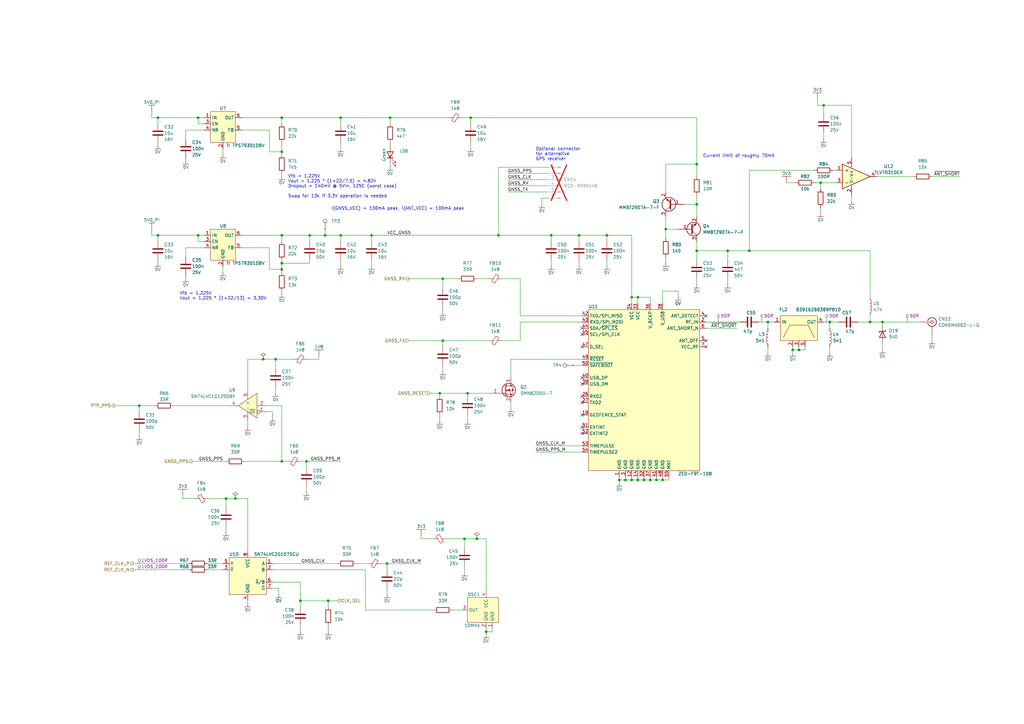
<source format=kicad_sch>
(kicad_sch (version 20231120) (generator "eeschema") (generator_version "8.0")
  (paper "A3")
  (junction (at 181.61 139.7))
  (junction (at 115.57 48.26))
  (junction (at 307.34 102.87))
  (junction (at 199.39 259.08))
  (junction (at 190.5 220.98))
  (junction (at 115.57 96.52))
  (junction (at 158.75 231.14))
  (junction (at 107.95 147.32))
  (junction (at 81.28 96.52))
  (junction (at 133.35 96.52))
  (junction (at 115.57 62.23))
  (junction (at 298.45 102.87))
  (junction (at 266.7 196.85))
  (junction (at 123.19 246.38))
  (junction (at 361.95 132.08))
  (junction (at 226.06 96.52))
  (junction (at 273.05 93.98))
  (junction (at 264.16 196.85))
  (junction (at 180.34 161.29))
  (junction (at 340.36 132.08))
  (junction (at 115.57 107.95))
  (junction (at 81.28 48.26))
  (junction (at 139.7 96.52))
  (junction (at 254 196.85))
  (junction (at 271.78 196.85))
  (junction (at 256.54 196.85))
  (junction (at 64.77 48.26))
  (junction (at 195.58 220.98))
  (junction (at 115.57 189.23))
  (junction (at 127 96.52))
  (junction (at 92.71 204.47))
  (junction (at 356.87 132.08))
  (junction (at 261.62 196.85))
  (junction (at 134.62 246.38))
  (junction (at 193.04 48.26))
  (junction (at 191.77 161.29))
  (junction (at 139.7 48.26))
  (junction (at 96.52 204.47))
  (junction (at 248.92 96.52))
  (junction (at 181.61 114.3))
  (junction (at 325.12 143.51))
  (junction (at 285.75 83.82))
  (junction (at 336.55 74.93))
  (junction (at 285.75 67.31))
  (junction (at 259.08 121.92))
  (junction (at 57.15 166.37))
  (junction (at 261.62 121.92))
  (junction (at 115.57 110.49))
  (junction (at 269.24 196.85))
  (junction (at 113.03 147.32))
  (junction (at 337.82 43.18))
  (junction (at 64.77 96.52))
  (junction (at 125.73 189.23))
  (junction (at 327.66 143.51))
  (junction (at 237.49 96.52))
  (junction (at 285.75 102.87))
  (junction (at 152.4 96.52))
  (junction (at 204.47 96.52))
  (junction (at 314.96 132.08))
  (junction (at 259.08 196.85))
  (junction (at 160.02 48.26))
  (no_connect (at 238.76 175.26))
  (no_connect (at 289.56 139.7))
  (no_connect (at 238.76 162.56))
  (no_connect (at 238.76 170.18))
  (no_connect (at 238.76 154.94))
  (no_connect (at 238.76 157.48))
  (no_connect (at 289.56 129.54))
  (no_connect (at 238.76 177.8))
  (no_connect (at 238.76 142.24))
  (no_connect (at 238.76 165.1))
  (no_connect (at 238.76 137.16))
  (no_connect (at 238.76 134.62))
  (no_connect (at 289.56 142.24))
  (wire (pts (xy 139.7 48.26) (xy 139.7 50.8)))
  (wire (pts (xy 81.28 48.26) (xy 81.28 50.8)))
  (wire (pts (xy 113.03 158.75) (xy 113.03 161.29)))
  (wire (pts (xy 127 96.52) (xy 133.35 96.52)))
  (wire (pts (xy 337.82 132.08) (xy 340.36 132.08)))
  (wire (pts (xy 327.66 142.24) (xy 327.66 143.51)))
  (wire (pts (xy 115.57 110.49) (xy 115.57 111.76)))
  (wire (pts (xy 208.28 73.66) (xy 224.79 73.66)))
  (wire (pts (xy 181.61 139.7) (xy 200.66 139.7)))
  (wire (pts (xy 285.75 48.26) (xy 285.75 67.31)))
  (wire (pts (xy 237.49 96.52) (xy 248.92 96.52)))
  (wire (pts (xy 64.77 48.26) (xy 64.77 50.8)))
  (wire (pts (xy 330.2 143.51) (xy 330.2 142.24)))
  (wire (pts (xy 314.96 132.08) (xy 314.96 134.62)))
  (wire (pts (xy 99.06 53.34) (xy 110.49 53.34)))
  (wire (pts (xy 209.55 147.32) (xy 238.76 147.32)))
  (wire (pts (xy 340.36 132.08) (xy 340.36 134.62)))
  (wire (pts (xy 356.87 102.87) (xy 356.87 121.92)))
  (wire (pts (xy 167.64 139.7) (xy 181.61 139.7)))
  (wire (pts (xy 115.57 71.12) (xy 115.57 72.39)))
  (wire (pts (xy 285.75 114.3) (xy 285.75 116.84)))
  (wire (pts (xy 337.82 54.61) (xy 337.82 57.15)))
  (wire (pts (xy 278.13 119.38) (xy 271.78 119.38)))
  (wire (pts (xy 382.27 72.39) (xy 393.7 72.39)))
  (wire (pts (xy 289.56 134.62) (xy 302.26 134.62)))
  (wire (pts (xy 76.2 101.6) (xy 76.2 105.41)))
  (wire (pts (xy 280.67 83.82) (xy 285.75 83.82)))
  (wire (pts (xy 256.54 195.58) (xy 256.54 196.85)))
  (wire (pts (xy 209.55 165.1) (xy 209.55 167.64)))
  (wire (pts (xy 167.64 114.3) (xy 181.61 114.3)))
  (wire (pts (xy 76.2 64.77) (xy 76.2 66.04)))
  (wire (pts (xy 115.57 106.68) (xy 115.57 107.95)))
  (wire (pts (xy 110.49 110.49) (xy 115.57 110.49)))
  (wire (pts (xy 285.75 67.31) (xy 285.75 72.39)))
  (wire (pts (xy 189.23 48.26) (xy 193.04 48.26)))
  (wire (pts (xy 208.28 76.2) (xy 224.79 76.2)))
  (wire (pts (xy 115.57 58.42) (xy 115.57 62.23)))
  (wire (pts (xy 185.42 250.19) (xy 189.23 250.19)))
  (wire (pts (xy 181.61 125.73) (xy 181.61 128.27)))
  (wire (pts (xy 213.36 129.54) (xy 238.76 129.54)))
  (wire (pts (xy 172.72 219.71) (xy 172.72 220.98)))
  (wire (pts (xy 359.41 72.39) (xy 374.65 72.39)))
  (wire (pts (xy 195.58 114.3) (xy 200.66 114.3)))
  (wire (pts (xy 125.73 199.39) (xy 125.73 201.93)))
  (wire (pts (xy 146.05 231.14) (xy 151.13 231.14)))
  (wire (pts (xy 199.39 259.08) (xy 199.39 260.35)))
  (wire (pts (xy 111.76 241.3) (xy 114.3 241.3)))
  (wire (pts (xy 298.45 102.87) (xy 298.45 106.68)))
  (wire (pts (xy 139.7 96.52) (xy 139.7 99.06)))
  (wire (pts (xy 340.36 132.08) (xy 344.17 132.08)))
  (wire (pts (xy 83.82 53.34) (xy 76.2 53.34)))
  (wire (pts (xy 351.79 132.08) (xy 356.87 132.08)))
  (wire (pts (xy 138.43 246.38) (xy 134.62 246.38)))
  (wire (pts (xy 158.75 231.14) (xy 158.75 233.68)))
  (wire (pts (xy 123.19 256.54) (xy 123.19 259.08)))
  (wire (pts (xy 160.02 58.42) (xy 160.02 59.69)))
  (wire (pts (xy 110.49 101.6) (xy 110.49 110.49)))
  (wire (pts (xy 62.23 45.72) (xy 62.23 48.26)))
  (wire (pts (xy 226.06 96.52) (xy 226.06 99.06)))
  (wire (pts (xy 83.82 48.26) (xy 81.28 48.26)))
  (wire (pts (xy 109.22 166.37) (xy 115.57 166.37)))
  (wire (pts (xy 259.08 121.92) (xy 259.08 96.52)))
  (wire (pts (xy 64.77 106.68) (xy 64.77 107.95)))
  (wire (pts (xy 264.16 196.85) (xy 266.7 196.85)))
  (wire (pts (xy 127 106.68) (xy 127 107.95)))
  (wire (pts (xy 54.61 233.68) (xy 77.47 233.68)))
  (wire (pts (xy 83.82 96.52) (xy 81.28 96.52)))
  (wire (pts (xy 209.55 147.32) (xy 209.55 154.94)))
  (wire (pts (xy 99.06 101.6) (xy 110.49 101.6)))
  (wire (pts (xy 149.86 233.68) (xy 111.76 233.68)))
  (wire (pts (xy 64.77 96.52) (xy 64.77 99.06)))
  (wire (pts (xy 83.82 101.6) (xy 76.2 101.6)))
  (wire (pts (xy 195.58 220.98) (xy 199.39 220.98)))
  (wire (pts (xy 96.52 204.47) (xy 101.6 204.47)))
  (wire (pts (xy 115.57 62.23) (xy 115.57 63.5)))
  (wire (pts (xy 191.77 170.18) (xy 191.77 172.72)))
  (wire (pts (xy 271.78 196.85) (xy 274.32 196.85)))
  (wire (pts (xy 201.93 161.29) (xy 191.77 161.29)))
  (wire (pts (xy 125.73 189.23) (xy 139.7 189.23)))
  (wire (pts (xy 213.36 129.54) (xy 213.36 114.3)))
  (wire (pts (xy 273.05 105.41) (xy 273.05 107.95)))
  (wire (pts (xy 111.76 238.76) (xy 123.19 238.76)))
  (wire (pts (xy 264.16 195.58) (xy 264.16 196.85)))
  (wire (pts (xy 259.08 124.46) (xy 259.08 121.92)))
  (wire (pts (xy 285.75 80.01) (xy 285.75 83.82)))
  (wire (pts (xy 199.39 257.81) (xy 199.39 259.08)))
  (wire (pts (xy 115.57 50.8) (xy 115.57 48.26)))
  (wire (pts (xy 335.28 40.64) (xy 335.28 43.18)))
  (wire (pts (xy 85.09 231.14) (xy 91.44 231.14)))
  (wire (pts (xy 271.78 195.58) (xy 271.78 196.85)))
  (wire (pts (xy 298.45 114.3) (xy 298.45 116.84)))
  (wire (pts (xy 234.95 149.86) (xy 238.76 149.86)))
  (wire (pts (xy 134.62 256.54) (xy 134.62 259.08)))
  (wire (pts (xy 139.7 58.42) (xy 139.7 60.96)))
  (wire (pts (xy 101.6 246.38) (xy 101.6 247.65)))
  (wire (pts (xy 115.57 166.37) (xy 115.57 189.23)))
  (wire (pts (xy 273.05 88.9) (xy 273.05 93.98)))
  (wire (pts (xy 92.71 215.9) (xy 92.71 218.44)))
  (wire (pts (xy 337.82 43.18) (xy 349.25 43.18)))
  (wire (pts (xy 314.96 142.24) (xy 314.96 144.78)))
  (wire (pts (xy 76.2 53.34) (xy 76.2 57.15)))
  (wire (pts (xy 237.49 106.68) (xy 237.49 109.22)))
  (wire (pts (xy 91.44 60.96) (xy 91.44 63.5)))
  (wire (pts (xy 110.49 53.34) (xy 110.49 62.23)))
  (wire (pts (xy 278.13 119.38) (xy 278.13 121.92)))
  (wire (pts (xy 237.49 96.52) (xy 237.49 99.06)))
  (wire (pts (xy 213.36 139.7) (xy 213.36 132.08)))
  (wire (pts (xy 78.74 189.23) (xy 92.71 189.23)))
  (wire (pts (xy 91.44 109.22) (xy 91.44 111.76)))
  (wire (pts (xy 181.61 114.3) (xy 181.61 118.11)))
  (wire (pts (xy 336.55 74.93) (xy 336.55 77.47)))
  (wire (pts (xy 152.4 96.52) (xy 152.4 99.06)))
  (wire (pts (xy 337.82 46.99) (xy 337.82 43.18)))
  (wire (pts (xy 115.57 119.38) (xy 115.57 120.65)))
  (wire (pts (xy 259.08 196.85) (xy 261.62 196.85)))
  (wire (pts (xy 81.28 99.06) (xy 83.82 99.06)))
  (wire (pts (xy 115.57 48.26) (xy 139.7 48.26)))
  (wire (pts (xy 111.76 231.14) (xy 138.43 231.14)))
  (wire (pts (xy 115.57 96.52) (xy 99.06 96.52)))
  (wire (pts (xy 266.7 124.46) (xy 266.7 121.92)))
  (wire (pts (xy 62.23 48.26) (xy 64.77 48.26)))
  (wire (pts (xy 261.62 195.58) (xy 261.62 196.85)))
  (wire (pts (xy 115.57 99.06) (xy 115.57 96.52)))
  (wire (pts (xy 123.19 238.76) (xy 123.19 246.38)))
  (wire (pts (xy 382.27 137.16) (xy 382.27 139.7)))
  (wire (pts (xy 219.71 182.88) (xy 238.76 182.88)))
  (wire (pts (xy 285.75 102.87) (xy 298.45 102.87)))
  (wire (pts (xy 219.71 185.42) (xy 238.76 185.42)))
  (wire (pts (xy 92.71 204.47) (xy 96.52 204.47)))
  (wire (pts (xy 149.86 250.19) (xy 177.8 250.19)))
  (wire (pts (xy 226.06 106.68) (xy 226.06 109.22)))
  (wire (pts (xy 115.57 107.95) (xy 127 107.95)))
  (wire (pts (xy 289.56 132.08) (xy 303.53 132.08)))
  (wire (pts (xy 336.55 74.93) (xy 342.9 74.93)))
  (wire (pts (xy 248.92 106.68) (xy 248.92 109.22)))
  (wire (pts (xy 64.77 48.26) (xy 81.28 48.26)))
  (wire (pts (xy 269.24 195.58) (xy 269.24 196.85)))
  (wire (pts (xy 334.01 69.85) (xy 307.34 69.85)))
  (wire (pts (xy 334.01 74.93) (xy 336.55 74.93)))
  (wire (pts (xy 266.7 121.92) (xy 261.62 121.92)))
  (wire (pts (xy 261.62 196.85) (xy 264.16 196.85)))
  (wire (pts (xy 64.77 58.42) (xy 64.77 59.69)))
  (wire (pts (xy 259.08 96.52) (xy 248.92 96.52)))
  (wire (pts (xy 273.05 93.98) (xy 273.05 97.79)))
  (wire (pts (xy 266.7 196.85) (xy 269.24 196.85)))
  (wire (pts (xy 109.22 168.91) (xy 111.76 168.91)))
  (wire (pts (xy 325.12 142.24) (xy 325.12 143.51)))
  (wire (pts (xy 181.61 139.7) (xy 181.61 142.24)))
  (wire (pts (xy 307.34 102.87) (xy 356.87 102.87)))
  (wire (pts (xy 130.81 146.05) (xy 130.81 147.32)))
  (wire (pts (xy 361.95 132.08) (xy 361.95 133.35)))
  (wire (pts (xy 139.7 48.26) (xy 160.02 48.26)))
  (wire (pts (xy 76.2 113.03) (xy 76.2 114.3)))
  (wire (pts (xy 325.12 143.51) (xy 327.66 143.51)))
  (wire (pts (xy 285.75 83.82) (xy 285.75 88.9)))
  (wire (pts (xy 123.19 246.38) (xy 123.19 248.92)))
  (wire (pts (xy 71.12 166.37) (xy 93.98 166.37)))
  (wire (pts (xy 85.09 204.47) (xy 92.71 204.47)))
  (wire (pts (xy 254 195.58) (xy 254 196.85)))
  (wire (pts (xy 152.4 96.52) (xy 204.47 96.52)))
  (wire (pts (xy 54.61 231.14) (xy 77.47 231.14)))
  (wire (pts (xy 160.02 48.26) (xy 184.15 48.26)))
  (wire (pts (xy 115.57 96.52) (xy 127 96.52)))
  (wire (pts (xy 160.02 48.26) (xy 160.02 50.8)))
  (wire (pts (xy 172.72 220.98) (xy 177.8 220.98)))
  (wire (pts (xy 199.39 259.08) (xy 201.93 259.08)))
  (wire (pts (xy 81.28 96.52) (xy 81.28 99.06)))
  (wire (pts (xy 134.62 246.38) (xy 134.62 248.92)))
  (wire (pts (xy 115.57 48.26) (xy 99.06 48.26)))
  (wire (pts (xy 361.95 132.08) (xy 377.19 132.08)))
  (wire (pts (xy 266.7 195.58) (xy 266.7 196.85)))
  (wire (pts (xy 92.71 204.47) (xy 92.71 208.28)))
  (wire (pts (xy 285.75 106.68) (xy 285.75 102.87)))
  (wire (pts (xy 113.03 147.32) (xy 113.03 151.13)))
  (wire (pts (xy 107.95 147.32) (xy 101.6 147.32)))
  (wire (pts (xy 356.87 129.54) (xy 356.87 132.08)))
  (wire (pts (xy 113.03 147.32) (xy 107.95 147.32)))
  (wire (pts (xy 271.78 119.38) (xy 271.78 124.46)))
  (wire (pts (xy 361.95 140.97) (xy 361.95 143.51)))
  (wire (pts (xy 190.5 232.41) (xy 190.5 234.95)))
  (wire (pts (xy 349.25 43.18) (xy 349.25 64.77)))
  (wire (pts (xy 208.28 71.12) (xy 224.79 71.12)))
  (wire (pts (xy 134.62 246.38) (xy 123.19 246.38)))
  (wire (pts (xy 311.15 132.08) (xy 314.96 132.08)))
  (wire (pts (xy 100.33 189.23) (xy 115.57 189.23)))
  (wire (pts (xy 193.04 48.26) (xy 285.75 48.26)))
  (wire (pts (xy 156.21 231.14) (xy 158.75 231.14)))
  (wire (pts (xy 62.23 96.52) (xy 64.77 96.52)))
  (wire (pts (xy 101.6 147.32) (xy 101.6 160.02)))
  (wire (pts (xy 193.04 58.42) (xy 193.04 60.96)))
  (wire (pts (xy 111.76 168.91) (xy 111.76 171.45)))
  (wire (pts (xy 180.34 170.18) (xy 180.34 172.72)))
  (wire (pts (xy 335.28 43.18) (xy 337.82 43.18)))
  (wire (pts (xy 101.6 204.47) (xy 101.6 226.06)))
  (wire (pts (xy 254 196.85) (xy 254 198.12)))
  (wire (pts (xy 85.09 233.68) (xy 91.44 233.68)))
  (wire (pts (xy 274.32 196.85) (xy 274.32 195.58)))
  (wire (pts (xy 199.39 220.98) (xy 199.39 242.57)))
  (wire (pts (xy 205.74 114.3) (xy 213.36 114.3)))
  (wire (pts (xy 204.47 68.58) (xy 204.47 96.52)))
  (wire (pts (xy 176.53 161.29) (xy 180.34 161.29)))
  (wire (pts (xy 149.86 250.19) (xy 149.86 233.68)))
  (wire (pts (xy 139.7 96.52) (xy 152.4 96.52)))
  (wire (pts (xy 205.74 139.7) (xy 213.36 139.7)))
  (wire (pts (xy 125.73 189.23) (xy 125.73 191.77)))
  (wire (pts (xy 182.88 220.98) (xy 190.5 220.98)))
  (wire (pts (xy 133.35 96.52) (xy 139.7 96.52)))
  (wire (pts (xy 273.05 93.98) (xy 278.13 93.98)))
  (wire (pts (xy 261.62 121.92) (xy 261.62 124.46)))
  (wire (pts (xy 120.65 147.32) (xy 113.03 147.32)))
  (wire (pts (xy 114.3 241.3) (xy 114.3 243.84)))
  (wire (pts (xy 191.77 161.29) (xy 191.77 162.56)))
  (wire (pts (xy 327.66 143.51) (xy 330.2 143.51)))
  (wire (pts (xy 139.7 106.68) (xy 139.7 109.22)))
  (wire (pts (xy 204.47 96.52) (xy 226.06 96.52)))
  (wire (pts (xy 152.4 106.68) (xy 152.4 109.22)))
  (wire (pts (xy 259.08 195.58) (xy 259.08 196.85)))
  (wire (pts (xy 158.75 241.3) (xy 158.75 243.84)))
  (wire (pts (xy 193.04 48.26) (xy 193.04 50.8)))
  (wire (pts (xy 115.57 107.95) (xy 115.57 110.49)))
  (wire (pts (xy 336.55 85.09) (xy 336.55 87.63)))
  (wire (pts (xy 81.28 50.8) (xy 83.82 50.8)))
  (wire (pts (xy 133.35 93.98) (xy 133.35 96.52)))
  (wire (pts (xy 115.57 189.23) (xy 118.11 189.23)))
  (wire (pts (xy 213.36 132.08) (xy 238.76 132.08)))
  (wire (pts (xy 226.06 96.52) (xy 237.49 96.52)))
  (wire (pts (xy 130.81 147.32) (xy 125.73 147.32)))
  (wire (pts (xy 181.61 114.3) (xy 187.96 114.3)))
  (wire (pts (xy 101.6 172.72) (xy 101.6 175.26)))
  (wire (pts (xy 74.93 203.2) (xy 74.93 204.47)))
  (wire (pts (xy 123.19 189.23) (xy 125.73 189.23)))
  (wire (pts (xy 64.77 96.52) (xy 81.28 96.52)))
  (wire (pts (xy 57.15 176.53) (xy 57.15 179.07)))
  (wire (pts (xy 190.5 220.98) (xy 195.58 220.98)))
  (wire (pts (xy 273.05 67.31) (xy 273.05 78.74)))
  (wire (pts (xy 201.93 257.81) (xy 201.93 259.08)))
  (wire (pts (xy 307.34 69.85) (xy 307.34 102.87)))
  (wire (pts (xy 340.36 142.24) (xy 340.36 144.78)))
  (wire (pts (xy 248.92 96.52) (xy 248.92 99.06)))
  (wire (pts (xy 180.34 161.29) (xy 180.34 162.56)))
  (wire (pts (xy 259.08 121.92) (xy 261.62 121.92)))
  (wire (pts (xy 256.54 196.85) (xy 259.08 196.85)))
  (wire (pts (xy 222.25 81.28) (xy 224.79 81.28)))
  (wire (pts (xy 110.49 62.23) (xy 115.57 62.23)))
  (wire (pts (xy 224.79 68.58) (xy 204.47 68.58)))
  (wire (pts (xy 356.87 132.08) (xy 361.95 132.08)))
  (wire (pts (xy 181.61 149.86) (xy 181.61 152.4)))
  (wire (pts (xy 325.12 143.51) (xy 325.12 144.78)))
  (wire (pts (xy 127 96.52) (xy 127 99.06)))
  (wire (pts (xy 160.02 67.31) (xy 160.02 68.58)))
  (wire (pts (xy 46.99 166.37) (xy 57.15 166.37)))
  (wire (pts (xy 298.45 102.87) (xy 307.34 102.87)))
  (wire (pts (xy 273.05 67.31) (xy 285.75 67.31)))
  (wire (pts (xy 285.75 99.06) (xy 285.75 102.87)))
  (wire (pts (xy 190.5 220.98) (xy 190.5 224.79)))
  (wire (pts (xy 322.58 74.93) (xy 326.39 74.93)))
  (wire (pts (xy 342.9 69.85) (xy 341.63 69.85)))
  (wire (pts (xy 62.23 93.98) (xy 62.23 96.52)))
  (wire (pts (xy 63.5 166.37) (xy 57.15 166.37)))
  (wire (pts (xy 269.24 196.85) (xy 271.78 196.85)))
  (wire (pts (xy 254 196.85) (xy 256.54 196.85)))
  (wire (pts (xy 349.25 80.01) (xy 349.25 82.55)))
  (wire (pts (xy 191.77 161.29) (xy 180.34 161.29)))
  (wire (pts (xy 74.93 204.47) (xy 80.01 204.47)))
  (wire (pts (xy 57.15 166.37) (xy 57.15 168.91)))
  (wire (pts (xy 222.25 83.82) (xy 222.25 81.28)))
  (wire (pts (xy 158.75 231.14) (xy 172.72 231.14)))
  (wire (pts (xy 208.28 78.74) (xy 224.79 78.74)))
  (wire (pts (xy 314.96 132.08) (xy 317.5 132.08)))
  (text "Vfb = 1.225V\nVout = 1.225 * (1+22/7.5) = 4.82V\nDropout = 140mV @ 5Vin, 125C (worst case)\n\nSwap for 13k if 3.3V operation is needed" (at 118.11 81.28 0) (effects (font (size 1.27 1.27)) (justify left bottom)))
  (text "I(GNSS_VCC) = 130mA peak, I(ANT_VCC) = 100mA peak" (at 135.89 86.36 0) (effects (font (size 1.27 1.27)) (justify left bottom)))
  (text "Optional connector\nfor alternative\nGPS receiver" (at 219.71 66.04 0) (effects (font (size 1.27 1.27)) (justify left bottom)))
  (text "Current limit of roughly 70mA" (at 288.29 64.77 0) (effects (font (size 1.27 1.27)) (justify left bottom)))
  (text "Vfb = 1.225V\nVout = 1.225 * (1+22/13) = 3.30V" (at 73.66 123.19 0) (effects (font (size 1.27 1.27)) (justify left bottom)))
  (label "~{ANT_SHORT}" (at 393.7 72.39 180))
  (label "GNSS_CLK_M" (at 219.71 182.88 0))
  (label "~{ANT_SHORT}" (at 302.26 134.62 180))
  (label "VCC_GNSS" (at 158.75 96.52 0))
  (label "GNSS_PPS" (at 208.28 71.12 0))
  (label "GNSS_RX" (at 208.28 76.2 0))
  (label "GNSS_TX" (at 208.28 78.74 0))
  (label "GNSS_PPS_M" (at 139.7 189.23 180))
  (label "GNSS_PPS_M" (at 219.71 185.42 0))
  (label "GNSS_PPS" (at 91.44 189.23 180))
  (label "GNSS_CLK_M" (at 172.72 231.14 180))
  (label "GNSS_CLK" (at 133.35 231.14 180))
  (label "GNSS_CLK" (at 208.28 73.66 0))
  (hierarchical_label "PTP_PPS" (shape output) (at 46.99 166.37 180))
  (hierarchical_label "CLK_SEL" (shape input) (at 138.43 246.38 0))
  (hierarchical_label "REF_CLK_P" (shape output) (at 54.61 231.14 180))
  (hierarchical_label "REF_CLK_N" (shape output) (at 54.61 233.68 180))
  (hierarchical_label "GNSS_PPS" (shape output) (at 78.74 189.23 180))
  (hierarchical_label "GNSS_RESET" (shape input) (at 176.53 161.29 180))
  (hierarchical_label "GNSS_TX" (shape input) (at 167.64 139.7 180))
  (hierarchical_label "GNSS_RX" (shape output) (at 167.64 114.3 180))
  (netclass_flag "" (length 1.27) (shape round) (at 57.15 231.14 0) (property "Netclass" "LVDS_100R" (at 58.039 229.87 0) (effects (font (italic yes)) (justify left))))
  (netclass_flag "" (length 2.54) (shape round) (at 372.11 132.08 0) (property "Netclass" "50R" (at 372.999 129.54 0) (effects (font (italic yes)) (justify left))))
  (netclass_flag "" (length 2.54) (shape round) (at 312.42 132.08 0) (property "Netclass" "50R" (at 313.309 129.54 0) (effects (font (italic yes)) (justify left))))
  (netclass_flag "" (length 2.54) (shape round) (at 339.09 132.08 0) (property "Netclass" "50R" (at 339.979 129.54 0) (effects (font (italic yes)) (justify left))))
  (netclass_flag "" (length 2.54) (shape round) (at 294.64 132.08 0) (property "Netclass" "50R" (at 295.529 129.54 0) (effects (font (italic yes)) (justify left))))
  (netclass_flag "" (length 1.27) (shape round) (at 57.15 233.68 0) (property "Netclass" "LVDS_100R" (at 58.039 232.41 0) (effects (font (italic yes)) (justify left))))
  (symbol (lib_id "Transistor_WUT:Diodes-Inc_DMN62D0U-7") (at 209.55 160.02 0) (unit 1)
    (property "Reference" "Q2" (at 213.36 158.75 0) (effects (justify left)))
    (property "Value" "DMN62D0U-7" (at 213.36 161.29 0) (effects (justify left)))
    (property "Footprint" "Package_TO_SOT_SMD:SOT-23" (effects (hide yes)))
    (property "Datasheet" "https://www.diodes.com/assets/Datasheets/DMN62D0U.pdf" (effects (hide yes)))
    (property "Manufacturer" "Diodes Inc." (effects (hide yes)))
    (property "MPN" "DMN62D0U-7" (effects (hide yes)))
  )
  (symbol (lib_id "Power_WUT:0V") (at 101.6 175.26 0) (unit 1) (in_bom no) (on_board no)
    (property "Reference" "#PWR0116" (effects (hide yes)))
    (property "Value" "0V" (at 101.6 177.8 0))
  )
  (symbol (lib_id "AAA_Preferred_WUT:Yageo CC0402KRX7R8BB104") (at 191.77 166.37 0) (unit 1)
    (property "Reference" "C48" (at 194.31 163.83 0) (effects (justify left)))
    (property "Value" "100n" (at 194.31 166.37 0) (effects (justify left)))
    (property "Footprint" "Capacitor_SMD:C_0402_1005Metric" (effects (hide yes)))
    (property "Datasheet" "https://www.yageo.com/upload/media/product/productsearch/datasheet/mlcc/UPY-GPHC_X7R_6.3V-to-250V_23.pdf" (effects (hide yes)))
    (property "Voltage" "25V" (at 194.31 168.91 0) (effects (justify left)))
    (property "Manufacturer" "Yageo" (effects (hide yes)))
    (property "MPN" "CC0402KRX7R8BB104" (effects (hide yes)))
    (property "Tolerance" "10%" (effects (hide yes)))
    (property "Dielectric" "X7R" (effects (hide yes)))
    (property "Height" "0.5mm" (effects (hide yes)))
  )
  (symbol (lib_id "Power_WUT:0V") (at 222.25 83.82 0) (unit 1) (in_bom no) (on_board no)
    (property "Reference" "#PWR0301" (effects (hide yes)))
    (property "Value" "0V" (at 222.25 86.36 0))
  )
  (symbol (lib_id "Auto_Library_WUT:Kemet C0402C472K5RACTU ") (at 298.45 110.49 0) (unit 1)
    (property "Reference" "C54" (at 300.99 107.95 0) (effects (justify left)))
    (property "Value" "4n7" (at 300.99 110.49 0) (effects (justify left)))
    (property "Footprint" "Capacitor_SMD:C_0402_1005Metric" (effects (hide yes)))
    (property "Datasheet" "https://www.mouser.co.uk/datasheet/2/447/KEM_C1002_X7R_SMD-3316098.pdf" (effects (hide yes)))
    (property "Voltage" "50V" (at 300.99 113.03 0) (effects (justify left)))
    (property "Manufacturer" "Kemet" (effects (hide yes)))
    (property "MPN" "C0402C472K5RACTU " (effects (hide yes)))
    (property "Tolerance" "10%" (effects (hide yes)))
    (property "Dielectric" "X7R" (effects (hide yes)))
    (property "Height" "0.5mm" (effects (hide yes)))
  )
  (symbol (lib_id "Auto_Library_WUT:KOA Speer RK73H1ETTP1302F") (at 115.57 115.57 0) (unit 1)
    (property "Reference" "R73" (at 118.11 114.3 0) (effects (justify left)))
    (property "Value" "13k" (at 118.11 116.84 0) (effects (justify left)))
    (property "Footprint" "Resistor_SMD:R_0402_1005Metric" (effects (hide yes)))
    (property "Datasheet" "https://www.koaspeer.com/pdfs/RK73H.pdf" (effects (hide yes)))
    (property "MPN" "RK73H1ETTP1302F" (effects (hide yes)))
    (property "Manufacturer" "KOA Speer" (effects (hide yes)))
    (property "Tolerance" "1%" (effects (hide yes)))
    (property "Height" "0.4mm" (effects (hide yes)))
  )
  (symbol (lib_id "Power_WUT:PWR_FLAG") (at 96.52 204.47 0) (unit 1)
    (property "Reference" "#FLG07" (effects (hide yes)))
    (property "Value" "PWR_FLAG" (effects (hide yes)))
  )
  (symbol (lib_id "Power_WUT:0V") (at 115.57 72.39 0) (unit 1) (in_bom no) (on_board no)
    (property "Reference" "#PWR0121" (effects (hide yes)))
    (property "Value" "0V" (at 115.57 74.93 0))
  )
  (symbol (lib_id "AAA_Preferred_WUT:Murata BLM15BD182SN1D") (at 180.34 220.98 0) (mirror y) (unit 1)
    (property "Reference" "FB8" (at 180.3781 214.63 0))
    (property "Value" "1k8" (at 180.3781 217.17 0))
    (property "Footprint" "Inductor_SMD:L_0402_1005Metric" (effects (hide yes)))
    (property "Datasheet" "https://www.murata.com/en-eu/products/productdetail?partno=BLM15BD182SN1%23" (effects (hide yes)))
    (property "MPN" "BLM15BD182SN1D" (effects (hide yes)))
    (property "Manufacturer" "Murata" (effects (hide yes)))
    (property "Height" "0.5mm" (effects (hide yes)))
    (property "Rated Current" "100mA" (effects (hide yes)))
  )
  (symbol (lib_id "Power_WUT:5V0_PI") (at 62.23 45.72 0) (unit 1) (in_bom no) (on_board no)
    (property "Reference" "#PWR0106" (effects (hide yes)))
    (property "Value" "5V0_PI" (at 62.23 41.91 0))
  )
  (symbol (lib_id "AAA_Preferred_WUT:KOA Speer RK73H1ETTP1002F") (at 378.46 72.39 90) (unit 1)
    (property "Reference" "R85" (at 378.46 66.04 90))
    (property "Value" "10k" (at 378.46 68.58 90))
    (property "Footprint" "Resistor_SMD:R_0402_1005Metric" (effects (hide yes)))
    (property "Datasheet" "https://www.koaspeer.com/pdfs/RK73H.pdf" (effects (hide yes)))
    (property "MPN" "RK73H1ETTP1002F" (effects (hide yes)))
    (property "Manufacturer" "KOA Speer" (effects (hide yes)))
    (property "Tolerance" "1%" (effects (hide yes)))
    (property "Height" "0.4mm" (effects (hide yes)))
  )
  (symbol (lib_id "Power_WUT:0V") (at 125.73 201.93 0) (unit 1) (in_bom no) (on_board no)
    (property "Reference" "#PWR0124" (effects (hide yes)))
    (property "Value" "0V" (at 125.73 204.47 0))
  )
  (symbol (lib_id "AAA_Preferred_WUT:Samsung Electro-Mechanics CL10A106MO8NQNC") (at 193.04 54.61 0) (unit 1)
    (property "Reference" "C49" (at 195.58 52.07 0) (effects (justify left)))
    (property "Value" "10u" (at 195.58 54.61 0) (effects (justify left)))
    (property "Footprint" "Capacitor_SMD:C_0603_1608Metric" (effects (hide yes)))
    (property "Datasheet" "https://www.mouser.co.uk/datasheet/2/585/MLCC-1837944.pdf" (effects (hide yes)))
    (property "Voltage" "16V" (at 195.58 57.15 0) (effects (justify left)))
    (property "Manufacturer" "Samsung Electro-Mechanics" (effects (hide yes)))
    (property "MPN" "CL10A106MO8NQNC" (effects (hide yes)))
    (property "Tolerance" "20%" (effects (hide yes)))
    (property "Dielectric" "X5R" (effects (hide yes)))
    (property "Height" "0.9mm" (effects (hide yes)))
  )
  (symbol (lib_id "Auto_Library_WUT:Kemet C0402C220C5GACTU") (at 158.75 237.49 0) (unit 1)
    (property "Reference" "C44" (at 161.29 234.95 0) (effects (justify left)))
    (property "Value" "22p" (at 161.29 237.49 0) (effects (justify left)))
    (property "Footprint" "Capacitor_SMD:C_0402_1005Metric" (effects (hide yes)))
    (property "Datasheet" "https://www.mouser.co.uk/datasheet/2/447/KEM_C1006_X5R_SMD-3316465.pdf" (effects (hide yes)))
    (property "Voltage" "50V" (at 161.29 240.03 0) (effects (justify left)))
    (property "Manufacturer" "Kemet" (effects (hide yes)))
    (property "MPN" "C0402C220C5GACTU" (effects (hide yes)))
    (property "Tolerance" "0.25 pF" (effects (hide yes)))
    (property "Dielectric" "NP0/C0G" (effects (hide yes)))
    (property "Height" "0.5mm" (effects (hide yes)))
  )
  (symbol (lib_id "Power_WUT:0V") (at 237.49 109.22 0) (unit 1) (in_bom no) (on_board no)
    (property "Reference" "#PWR0142" (effects (hide yes)))
    (property "Value" "0V" (at 237.49 111.76 0))
  )
  (symbol (lib_id "Power_WUT:0V") (at 115.57 120.65 0) (unit 1) (in_bom no) (on_board no)
    (property "Reference" "#PWR0122" (effects (hide yes)))
    (property "Value" "0V" (at 115.57 123.19 0))
  )
  (symbol (lib_id "AAA_Preferred_WUT:KOA Speer RK73H1ETTP33R0F") (at 96.52 189.23 90) (unit 1)
    (property "Reference" "R69" (at 96.52 182.88 90))
    (property "Value" "33R" (at 96.52 185.42 90))
    (property "Footprint" "Resistor_SMD:R_0402_1005Metric" (effects (hide yes)))
    (property "Datasheet" "https://www.koaspeer.com/pdfs/RK73H.pdf" (effects (hide yes)))
    (property "MPN" "RK73H1ETTP33R0F" (effects (hide yes)))
    (property "Manufacturer" "KOA Speer" (effects (hide yes)))
    (property "Tolerance" "1%" (effects (hide yes)))
    (property "Height" "0.4mm" (effects (hide yes)))
  )
  (symbol (lib_id "AAA_Preferred_WUT:KOA Speer RK73H1ETTP33R0F") (at 81.28 233.68 90) (unit 1)
    (property "Reference" "R68" (at 77.47 232.41 90) (effects (justify left)))
    (property "Value" "33R" (at 85.09 232.41 90) (effects (justify right)))
    (property "Footprint" "Resistor_SMD:R_0402_1005Metric" (effects (hide yes)))
    (property "Datasheet" "https://www.koaspeer.com/pdfs/RK73H.pdf" (effects (hide yes)))
    (property "MPN" "RK73H1ETTP33R0F" (effects (hide yes)))
    (property "Manufacturer" "KOA Speer" (effects (hide yes)))
    (property "Tolerance" "1%" (effects (hide yes)))
    (property "Height" "0.4mm" (effects (hide yes)))
  )
  (symbol (lib_id "AAA_Preferred_WUT:Yageo CC0402KRX7R8BB104") (at 92.71 212.09 0) (mirror y) (unit 1)
    (property "Reference" "C36" (at 90.17 209.55 0) (effects (justify left)))
    (property "Value" "100n" (at 90.17 212.09 0) (effects (justify left)))
    (property "Footprint" "Capacitor_SMD:C_0402_1005Metric" (effects (hide yes)))
    (property "Datasheet" "https://www.yageo.com/upload/media/product/productsearch/datasheet/mlcc/UPY-GPHC_X7R_6.3V-to-250V_23.pdf" (effects (hide yes)))
    (property "Voltage" "25V" (at 90.17 214.63 0) (effects (justify left)))
    (property "Manufacturer" "Yageo" (effects (hide yes)))
    (property "MPN" "CC0402KRX7R8BB104" (effects (hide yes)))
    (property "Tolerance" "10%" (effects (hide yes)))
    (property "Dielectric" "X7R" (effects (hide yes)))
    (property "Height" "0.5mm" (effects (hide yes)))
  )
  (symbol (lib_id "Power_WUT:0V") (at 314.96 144.78 0) (mirror y) (unit 1) (in_bom no) (on_board no)
    (property "Reference" "#PWR0149" (effects (hide yes)))
    (property "Value" "0V" (at 314.96 147.32 0))
  )
  (symbol (lib_id "AAA_Preferred_WUT:Yageo CC0402KRX7R8BB104") (at 285.75 110.49 0) (unit 1)
    (property "Reference" "C53" (at 288.29 107.95 0) (effects (justify left)))
    (property "Value" "100n" (at 288.29 110.49 0) (effects (justify left)))
    (property "Footprint" "Capacitor_SMD:C_0402_1005Metric" (effects (hide yes)))
    (property "Datasheet" "https://www.yageo.com/upload/media/product/productsearch/datasheet/mlcc/UPY-GPHC_X7R_6.3V-to-250V_23.pdf" (effects (hide yes)))
    (property "Voltage" "25V" (at 288.29 113.03 0) (effects (justify left)))
    (property "Manufacturer" "Yageo" (effects (hide yes)))
    (property "MPN" "CC0402KRX7R8BB104" (effects (hide yes)))
    (property "Tolerance" "10%" (effects (hide yes)))
    (property "Dielectric" "X7R" (effects (hide yes)))
    (property "Height" "0.5mm" (effects (hide yes)))
  )
  (symbol (lib_id "Power_WUT:0V") (at 325.12 144.78 0) (unit 1) (in_bom no) (on_board no)
    (property "Reference" "#PWR0151" (effects (hide yes)))
    (property "Value" "0V" (at 325.12 147.32 0))
  )
  (symbol (lib_id "Logic_WUT:TI_SN74LVC2G157DCU") (at 101.6 231.14 0) (mirror y) (unit 1)
    (property "Reference" "U10" (at 93.98 227.33 0) (effects (justify right)))
    (property "Value" "SN74LVC2G157DCU" (at 104.14 227.33 0) (effects (justify right)))
    (property "Footprint" "Package_SO:VSSOP-8_2.3x2mm_P0.5mm" (effects (hide yes)))
    (property "Datasheet" "https://www.ti.com/lit/ds/symlink/sn74lvc2g157.pdf?ts=1702204823917" (effects (hide yes)))
    (property "Manufacturer" "Texas Instruments" (effects (hide yes)))
    (property "MPN" "SN74LVC2G157DCU" (effects (hide yes)))
  )
  (symbol (lib_id "Power_WUT:0V") (at 123.19 259.08 0) (mirror y) (unit 1) (in_bom no) (on_board no)
    (property "Reference" "#PWR0123" (effects (hide yes)))
    (property "Value" "0V" (at 123.19 261.62 0))
  )
  (symbol (lib_id "AAA_Preferred_WUT:Yageo CC0402KRX7R8BB104") (at 123.19 252.73 0) (mirror y) (unit 1)
    (property "Reference" "C38" (at 120.65 250.19 0) (effects (justify left)))
    (property "Value" "100n" (at 120.65 252.73 0) (effects (justify left)))
    (property "Footprint" "Capacitor_SMD:C_0402_1005Metric" (effects (hide yes)))
    (property "Datasheet" "https://www.yageo.com/upload/media/product/productsearch/datasheet/mlcc/UPY-GPHC_X7R_6.3V-to-250V_23.pdf" (effects (hide yes)))
    (property "Voltage" "25V" (at 120.65 255.27 0) (effects (justify left)))
    (property "Manufacturer" "Yageo" (effects (hide yes)))
    (property "MPN" "CC0402KRX7R8BB104" (effects (hide yes)))
    (property "Tolerance" "10%" (effects (hide yes)))
    (property "Dielectric" "X7R" (effects (hide yes)))
    (property "Height" "0.5mm" (effects (hide yes)))
  )
  (symbol (lib_id "Transistor_WUT:Diodes-Inc_MMBT2907A-7-F") (at 285.75 93.98 0) (unit 1)
    (property "Reference" "Q4" (at 288.29 92.71 0) (effects (justify left)))
    (property "Value" "MMBT2907A-7-F" (at 288.29 95.25 0) (effects (justify left)))
    (property "Footprint" "Package_TO_SOT_SMD:SOT-23" (effects (hide yes)))
    (property "Datasheet" "https://www.mouser.co.uk/datasheet/2/115/DIOD_S_A0001839445_1-2541927.pdf" (effects (hide yes)))
    (property "Manufacturer" "Diodes Inc." (effects (hide yes)))
    (property "MPN" "MMBT2907A-7-F" (effects (hide yes)))
  )
  (symbol (lib_id "Power_WUT:0V") (at 76.2 114.3 0) (unit 1) (in_bom no) (on_board no)
    (property "Reference" "#PWR0112" (effects (hide yes)))
    (property "Value" "0V" (at 76.2 116.84 0))
  )
  (symbol (lib_id "Power_WUT:0V") (at 64.77 107.95 0) (unit 1) (in_bom no) (on_board no)
    (property "Reference" "#PWR0109" (effects (hide yes)))
    (property "Value" "0V" (at 64.77 110.49 0))
  )
  (symbol (lib_id "Auto_Library_WUT:Coilcraft 0402DC-47NXJRW") (at 356.87 125.73 0) (unit 1)
    (property "Reference" "L5" (at 358.14 124.46 0) (effects (justify left)))
    (property "Value" "47n" (at 358.14 127 0) (effects (justify left)))
    (property "Footprint" "Inductor_SMD:L_0402_1005Metric" (effects (hide yes)))
    (property "Datasheet" "https://www.coilcraft.com/getmedia/b3553702-9a56-4386-b513-fcddf8709240/0402dc.pdf" (effects (hide yes)))
    (property "Manufacturer" "Coilcraft" (effects (hide yes)))
    (property "MPN" "0402DC-47NXJRW" (effects (hide yes)))
    (property "Tolerance" "5%" (effects (hide yes)))
    (property "Height" "0.65mm" (effects (hide yes)))
  )
  (symbol (lib_id "AAA_Preferred_WUT:Murata BLM15BD182SN1D") (at 82.55 204.47 0) (mirror y) (unit 1)
    (property "Reference" "FB4" (at 82.5881 198.12 0))
    (property "Value" "1k8" (at 82.5881 200.66 0))
    (property "Footprint" "Inductor_SMD:L_0402_1005Metric" (effects (hide yes)))
    (property "Datasheet" "https://www.murata.com/en-eu/products/productdetail?partno=BLM15BD182SN1%23" (effects (hide yes)))
    (property "MPN" "BLM15BD182SN1D" (effects (hide yes)))
    (property "Manufacturer" "Murata" (effects (hide yes)))
    (property "Height" "0.5mm" (effects (hide yes)))
    (property "Rated Current" "100mA" (effects (hide yes)))
  )
  (symbol (lib_id "AAA_Preferred_WUT:KOA Speer RK73H1ETTP1002F") (at 180.34 166.37 0) (unit 1)
    (property "Reference" "R78" (at 182.88 165.1 0) (effects (justify left)))
    (property "Value" "10k" (at 182.88 167.64 0) (effects (justify left)))
    (property "Footprint" "Resistor_SMD:R_0402_1005Metric" (effects (hide yes)))
    (property "Datasheet" "https://www.koaspeer.com/pdfs/RK73H.pdf" (effects (hide yes)))
    (property "MPN" "RK73H1ETTP1002F" (effects (hide yes)))
    (property "Manufacturer" "KOA Speer" (effects (hide yes)))
    (property "Tolerance" "1%" (effects (hide yes)))
    (property "Height" "0.4mm" (effects (hide yes)))
  )
  (symbol (lib_id "IC_WUT:TLV7031DCK") (at 349.25 72.39 0) (unit 1)
    (property "Reference" "U12" (at 364.49 68.1991 0))
    (property "Value" "TLV7031DCK" (at 364.49 70.7391 0))
    (property "Footprint" "Package_TO_SOT_SMD:SOT-353_SC-70-5" (effects (hide yes)))
    (property "Datasheet" "http://www.ti.com/lit/ds/symlink/tlv7031.pdf" (effects (hide yes)))
    (property "Manufacturer" "Texas Instruments" (effects (hide yes)))
    (property "MPN" "TLV7031DCK" (effects (hide yes)))
  )
  (symbol (lib_id "Power_WUT:0V") (at 139.7 60.96 0) (unit 1) (in_bom no) (on_board no)
    (property "Reference" "#PWR0127" (effects (hide yes)))
    (property "Value" "0V" (at 139.7 63.5 0))
  )
  (symbol (lib_id "AAA_Preferred_WUT:KOA Speer RK73H1ETTP1000F") (at 337.82 69.85 90) (unit 1)
    (property "Reference" "R84" (at 337.82 67.31 90))
    (property "Value" "100R" (at 337.82 72.39 90))
    (property "Footprint" "Resistor_SMD:R_0402_1005Metric" (effects (hide yes)))
    (property "Datasheet" "https://www.koaspeer.com/pdfs/RK73H.pdf" (effects (hide yes)))
    (property "MPN" "RK73H1ETTP1000F" (effects (hide yes)))
    (property "Manufacturer" "KOA Speer" (effects (hide yes)))
    (property "Tolerance" "1%" (effects (hide yes)))
    (property "Height" "0.4mm" (effects (hide yes)))
  )
  (symbol (lib_id "Power_WUT:0V") (at 349.25 82.55 0) (unit 1) (in_bom no) (on_board no)
    (property "Reference" "#PWR0156" (effects (hide yes)))
    (property "Value" "0V" (at 349.25 85.09 0))
  )
  (symbol (lib_id "AAA_Preferred_WUT:KOA Speer RK73H1ETTP1002F") (at 330.2 74.93 90) (unit 1)
    (property "Reference" "R82" (at 330.2 72.39 90))
    (property "Value" "10k" (at 330.2 77.47 90))
    (property "Footprint" "Resistor_SMD:R_0402_1005Metric" (effects (hide yes)))
    (property "Datasheet" "https://www.koaspeer.com/pdfs/RK73H.pdf" (effects (hide yes)))
    (property "MPN" "RK73H1ETTP1002F" (effects (hide yes)))
    (property "Manufacturer" "KOA Speer" (effects (hide yes)))
    (property "Tolerance" "1%" (effects (hide yes)))
    (property "Height" "0.4mm" (effects (hide yes)))
  )
  (symbol (lib_id "Auto_Library_WUT:Coilcraft 0402DC-5N1XJRW") (at 314.96 138.43 0) (mirror y) (unit 1)
    (property "Reference" "L3" (at 313.69 137.16 0) (effects (justify left)))
    (property "Value" "5n1" (at 313.69 139.7 0) (effects (justify left)))
    (property "Footprint" "Inductor_SMD:L_0402_1005Metric" (effects (hide yes)))
    (property "Datasheet" "https://www.coilcraft.com/getmedia/b3553702-9a56-4386-b513-fcddf8709240/0402dc.pdf" (effects (hide yes)))
    (property "Manufacturer" "Coilcraft" (effects (hide yes)))
    (property "MPN" "0402DC-5N1XJRW" (effects (hide yes)))
    (property "Tolerance" "5%" (effects (hide yes)))
    (property "Height" "0.65mm" (effects (hide yes)))
  )
  (symbol (lib_id "Power_WUT:0V") (at 285.75 116.84 0) (unit 1) (in_bom no) (on_board no)
    (property "Reference" "#PWR0147" (effects (hide yes)))
    (property "Value" "0V" (at 285.75 119.38 0))
  )
  (symbol (lib_id "Power_WUT:0V") (at 273.05 107.95 0) (unit 1) (in_bom no) (on_board no)
    (property "Reference" "#PWR0145" (effects (hide yes)))
    (property "Value" "0V" (at 273.05 110.49 0))
  )
  (symbol (lib_id "Power_WUT:3V3") (at 335.28 40.64 0) (unit 1) (in_bom no) (on_board no)
    (property "Reference" "#PWR0152" (effects (hide yes)))
    (property "Value" "3V3" (at 335.28 36.83 0))
  )
  (symbol (lib_id "Auto_Library_WUT:Kemet C0402C101G5GACTU") (at 57.15 172.72 0) (unit 1)
    (property "Reference" "C31" (at 59.69 170.18 0) (effects (justify left)))
    (property "Value" "100p" (at 59.69 172.72 0) (effects (justify left)))
    (property "Footprint" "Capacitor_SMD:C_0402_1005Metric" (effects (hide yes)))
    (property "Datasheet" "https://www.mouser.co.uk/datasheet/2/447/KEM_C1006_X5R_SMD-3316465.pdf" (effects (hide yes)))
    (property "Voltage" "50V" (at 59.69 175.26 0) (effects (justify left)))
    (property "Manufacturer" "Kemet" (effects (hide yes)))
    (property "MPN" "C0402C101G5GACTU" (effects (hide yes)))
    (property "Tolerance" "0.02" (effects (hide yes)))
    (property "Dielectric" "NP0/C0G" (effects (hide yes)))
    (property "Height" "0.5mm" (effects (hide yes)))
  )
  (symbol (lib_id "Auto_Library_WUT:Kemet C0402C101G5GACTU") (at 181.61 121.92 0) (unit 1)
    (property "Reference" "C46" (at 184.15 119.38 0) (effects (justify left)))
    (property "Value" "100p" (at 184.15 121.92 0) (effects (justify left)))
    (property "Footprint" "Capacitor_SMD:C_0402_1005Metric" (effects (hide yes)))
    (property "Datasheet" "https://www.mouser.co.uk/datasheet/2/447/KEM_C1006_X5R_SMD-3316465.pdf" (effects (hide yes)))
    (property "Voltage" "50V" (at 184.15 124.46 0) (effects (justify left)))
    (property "Manufacturer" "Kemet" (effects (hide yes)))
    (property "MPN" "C0402C101G5GACTU" (effects (hide yes)))
    (property "Tolerance" "0.02" (effects (hide yes)))
    (property "Dielectric" "NP0/C0G" (effects (hide yes)))
    (property "Height" "0.5mm" (effects (hide yes)))
  )
  (symbol (lib_id "Power_WUT:0V") (at 114.3 243.84 0) (unit 1) (in_bom no) (on_board no)
    (property "Reference" "#PWR0120" (effects (hide yes)))
    (property "Value" "0V" (at 114.3 246.38 0))
  )
  (symbol (lib_id "Power_WUT:0V") (at 248.92 109.22 0) (unit 1) (in_bom no) (on_board no)
    (property "Reference" "#PWR0143" (effects (hide yes)))
    (property "Value" "0V" (at 248.92 111.76 0))
  )
  (symbol (lib_id "AAA_Preferred_WUT:Murata BLM15BD182SN1D") (at 203.2 139.7 0) (unit 1)
    (property "Reference" "FB11" (at 203.1619 133.35 0))
    (property "Value" "1k8" (at 203.1619 135.89 0))
    (property "Footprint" "Inductor_SMD:L_0402_1005Metric" (effects (hide yes)))
    (property "Datasheet" "https://www.murata.com/en-eu/products/productdetail?partno=BLM15BD182SN1%23" (effects (hide yes)))
    (property "MPN" "BLM15BD182SN1D" (effects (hide yes)))
    (property "Manufacturer" "Murata" (effects (hide yes)))
    (property "Height" "0.5mm" (effects (hide yes)))
    (property "Rated Current" "100mA" (effects (hide yes)))
  )
  (symbol (lib_id "AAA_Preferred_WUT:Yageo CC0402KRX7R8BB104") (at 190.5 228.6 0) (mirror y) (unit 1)
    (property "Reference" "C45" (at 187.96 226.06 0) (effects (justify left)))
    (property "Value" "100n" (at 187.96 228.6 0) (effects (justify left)))
    (property "Footprint" "Capacitor_SMD:C_0402_1005Metric" (effects (hide yes)))
    (property "Datasheet" "https://www.yageo.com/upload/media/product/productsearch/datasheet/mlcc/UPY-GPHC_X7R_6.3V-to-250V_23.pdf" (effects (hide yes)))
    (property "Voltage" "25V" (at 187.96 231.14 0) (effects (justify left)))
    (property "Manufacturer" "Yageo" (effects (hide yes)))
    (property "MPN" "CC0402KRX7R8BB104" (effects (hide yes)))
    (property "Tolerance" "10%" (effects (hide yes)))
    (property "Dielectric" "X7R" (effects (hide yes)))
    (property "Height" "0.5mm" (effects (hide yes)))
  )
  (symbol (lib_id "Auto_Library_WUT:KOA Speer RK73H1ETTP2202F") (at 336.55 81.28 0) (unit 1)
    (property "Reference" "R83" (at 339.09 80.01 0) (effects (justify left)))
    (property "Value" "22k" (at 339.09 82.55 0) (effects (justify left)))
    (property "Footprint" "Resistor_SMD:R_0402_1005Metric" (effects (hide yes)))
    (property "Datasheet" "https://www.koaspeer.com/pdfs/RK73H.pdf" (effects (hide yes)))
    (property "MPN" "RK73H1ETTP2202F" (effects (hide yes)))
    (property "Manufacturer" "KOA Speer" (effects (hide yes)))
    (property "Tolerance" "1%" (effects (hide yes)))
    (property "Height" "0.4mm" (effects (hide yes)))
  )
  (symbol (lib_id "Power_WUT:0V") (at 191.77 172.72 0) (unit 1) (in_bom no) (on_board no)
    (property "Reference" "#PWR0137" (effects (hide yes)))
    (property "Value" "0V" (at 191.77 175.26 0))
  )
  (symbol (lib_id "Power_WUT:0V") (at 101.6 247.65 0) (unit 1) (in_bom no) (on_board no)
    (property "Reference" "#PWR0117" (effects (hide yes)))
    (property "Value" "0V" (at 101.6 250.19 0))
  )
  (symbol (lib_id "IC_WUT:TI_TPS79301DBV") (at 91.44 48.26 0) (unit 1)
    (property "Reference" "U7" (at 91.44 44.45 0))
    (property "Value" "TI TPS79301DBV" (at 92.71 59.69 0) (effects (justify left)))
    (property "Footprint" "Package_TO_SOT_SMD:SOT-23-6" (effects (hide yes)))
    (property "Datasheet" "https://www.ti.com/lit/ds/symlink/tps793.pdf?HQS=dis-mous-null-mousermode-dsf-pf-null-wwe&ts=1698265713931&ref_url=https%253A%252F%252Fwww.mouser.co.uk%252F" (effects (hide yes)))
    (property "Manufacturer" "TI" (effects (hide yes)))
    (property "MPN" "TPS79301DBV" (effects (hide yes)))
  )
  (symbol (lib_id "Power_WUT:PWR_FLAG") (at 107.95 147.32 0) (unit 1)
    (property "Reference" "#FLG08" (effects (hide yes)))
    (property "Value" "PWR_FLAG" (effects (hide yes)))
  )
  (symbol (lib_id "Power_WUT:0V") (at 340.36 144.78 0) (unit 1) (in_bom no) (on_board no)
    (property "Reference" "#PWR0155" (effects (hide yes)))
    (property "Value" "0V" (at 340.36 147.32 0))
  )
  (symbol (lib_id "Power_WUT:0V") (at 91.44 63.5 0) (unit 1) (in_bom no) (on_board no)
    (property "Reference" "#PWR0113" (effects (hide yes)))
    (property "Value" "0V" (at 91.44 66.04 0))
  )
  (symbol (lib_id "RF_WUT:uBlox_ZED-F9T-10B") (at 264.16 129.54 0) (unit 1)
    (property "Reference" "U11" (at 241.3 125.73 0) (effects (justify left)))
    (property "Value" "ZED-F9T-10B" (at 278.13 194.31 0) (effects (justify left)))
    (property "Footprint" "RF_WUT:uBlox_ZED" (effects (hide yes)))
    (property "Datasheet" "https://content.u-blox.com/sites/default/files/ZED-F9T-10B_DataSheet_UBX-20033635.pdf" (effects (hide yes)))
    (property "Manufacturer" "uBlox" (effects (hide yes)))
    (property "MPN" "ZED-F9T-10B" (effects (hide yes)))
  )
  (symbol (lib_id "AAA_Preferred_WUT:Samsung Electro-Mechanics CL10A106MO8NQNC") (at 139.7 102.87 0) (unit 1)
    (property "Reference" "C42" (at 142.24 100.33 0) (effects (justify left)))
    (property "Value" "10u" (at 142.24 102.87 0) (effects (justify left)))
    (property "Footprint" "Capacitor_SMD:C_0603_1608Metric" (effects (hide yes)))
    (property "Datasheet" "https://www.mouser.co.uk/datasheet/2/585/MLCC-1837944.pdf" (effects (hide yes)))
    (property "Voltage" "16V" (at 142.24 105.41 0) (effects (justify left)))
    (property "Manufacturer" "Samsung Electro-Mechanics" (effects (hide yes)))
    (property "MPN" "CL10A106MO8NQNC" (effects (hide yes)))
    (property "Tolerance" "20%" (effects (hide yes)))
    (property "Dielectric" "X5R" (effects (hide yes)))
    (property "Height" "0.9mm" (effects (hide yes)))
  )
  (symbol (lib_id "Power_WUT:0V") (at 160.02 68.58 0) (unit 1) (in_bom no) (on_board no)
    (property "Reference" "#PWR0131" (effects (hide yes)))
    (property "Value" "0V" (at 160.02 71.12 0))
  )
  (symbol (lib_id "Auto_Library_WUT:Coilcraft 0402DC-5N1XJRW") (at 340.36 138.43 0) (unit 1)
    (property "Reference" "L4" (at 341.63 137.16 0) (effects (justify left)))
    (property "Value" "5n1" (at 341.63 139.7 0) (effects (justify left)))
    (property "Footprint" "Inductor_SMD:L_0402_1005Metric" (effects (hide yes)))
    (property "Datasheet" "https://www.coilcraft.com/getmedia/b3553702-9a56-4386-b513-fcddf8709240/0402dc.pdf" (effects (hide yes)))
    (property "Manufacturer" "Coilcraft" (effects (hide yes)))
    (property "MPN" "0402DC-5N1XJRW" (effects (hide yes)))
    (property "Tolerance" "5%" (effects (hide yes)))
    (property "Height" "0.65mm" (effects (hide yes)))
  )
  (symbol (lib_id "AAA_Preferred_WUT:Samsung Electro-Mechanics CL10A106MO8NQNC") (at 139.7 54.61 0) (unit 1)
    (property "Reference" "C41" (at 142.24 52.07 0) (effects (justify left)))
    (property "Value" "10u" (at 142.24 54.61 0) (effects (justify left)))
    (property "Footprint" "Capacitor_SMD:C_0603_1608Metric" (effects (hide yes)))
    (property "Datasheet" "https://www.mouser.co.uk/datasheet/2/585/MLCC-1837944.pdf" (effects (hide yes)))
    (property "Voltage" "16V" (at 142.24 57.15 0) (effects (justify left)))
    (property "Manufacturer" "Samsung Electro-Mechanics" (effects (hide yes)))
    (property "MPN" "CL10A106MO8NQNC" (effects (hide yes)))
    (property "Tolerance" "20%" (effects (hide yes)))
    (property "Dielectric" "X5R" (effects (hide yes)))
    (property "Height" "0.9mm" (effects (hide yes)))
  )
  (symbol (lib_id "AAA_Preferred_WUT:Yageo CC0402KRX7R8BB104") (at 76.2 109.22 0) (unit 1)
    (property "Reference" "C35" (at 78.74 106.68 0) (effects (justify left)))
    (property "Value" "100n" (at 78.74 109.22 0) (effects (justify left)))
    (property "Footprint" "Capacitor_SMD:C_0402_1005Metric" (effects (hide yes)))
    (property "Datasheet" "https://www.yageo.com/upload/media/product/productsearch/datasheet/mlcc/UPY-GPHC_X7R_6.3V-to-250V_23.pdf" (effects (hide yes)))
    (property "Voltage" "25V" (at 78.74 111.76 0) (effects (justify left)))
    (property "Manufacturer" "Yageo" (effects (hide yes)))
    (property "MPN" "CC0402KRX7R8BB104" (effects (hide yes)))
    (property "Tolerance" "10%" (effects (hide yes)))
    (property "Dielectric" "X7R" (effects (hide yes)))
    (property "Height" "0.5mm" (effects (hide yes)))
  )
  (symbol (lib_id "Power_WUT:0V") (at 254 198.12 0) (unit 1) (in_bom no) (on_board no)
    (property "Reference" "#PWR0144" (effects (hide yes)))
    (property "Value" "0V" (at 254 200.66 0))
  )
  (symbol (lib_id "Layout_WUT:TestPoint_1mm_SMD") (at 234.95 149.86 90) (unit 1) (in_bom no)
    (property "Reference" "TP4" (at 228.6 149.86 90))
    (property "Value" "~" (at 234.95 149.86 0))
    (property "Footprint" "TestPoint:TestPoint_Pad_D1.0mm" (effects (hide yes)))
  )
  (symbol (lib_id "Auto_Library_WUT:KOA Speer RK73H1ETTP10R0F") (at 285.75 76.2 0) (unit 1)
    (property "Reference" "R81" (at 288.29 74.93 0) (effects (justify left)))
    (property "Value" "10R" (at 288.29 77.47 0) (effects (justify left)))
    (property "Footprint" "Resistor_SMD:R_0402_1005Metric" (effects (hide yes)))
    (property "Datasheet" "https://www.koaspeer.com/pdfs/RK73H.pdf" (effects (hide yes)))
    (property "MPN" "RK73H1ETTP10R0F" (effects (hide yes)))
    (property "Manufacturer" "KOA Speer" (effects (hide yes)))
    (property "Tolerance" "1%" (effects (hide yes)))
    (property "Height" "0.4mm" (effects (hide yes)))
  )
  (symbol (lib_id "Power_WUT:0V") (at 361.95 143.51 0) (unit 1) (in_bom no) (on_board no)
    (property "Reference" "#PWR0157" (effects (hide yes)))
    (property "Value" "0V" (at 361.95 146.05 0))
  )
  (symbol (lib_id "Power_WUT:0V") (at 298.45 116.84 0) (unit 1) (in_bom no) (on_board no)
    (property "Reference" "#PWR0148" (effects (hide yes)))
    (property "Value" "0V" (at 298.45 119.38 0))
  )
  (symbol (lib_id "Power_WUT:PWR_FLAG") (at 195.58 220.98 0) (unit 1)
    (property "Reference" "#FLG09" (effects (hide yes)))
    (property "Value" "PWR_FLAG" (effects (hide yes)))
  )
  (symbol (lib_id "Logic_WUT:TI_SN74LVC1G125DBV") (at 101.6 166.37 0) (mirror y) (unit 1)
    (property "Reference" "U9" (at 96.52 160.02 0) (effects (justify left)))
    (property "Value" "SN74LVC1G125DBV" (at 96.52 162.56 0) (effects (justify left)))
    (property "Footprint" "Package_TO_SOT_SMD:SOT-23-5" (effects (hide yes)))
    (property "Datasheet" "https://www.ti.com/lit/ds/symlink/sn74lvc1g125.pdf?HQS=dis-mous-null-mousermode-dsf-pf-null-wwe&ts=1699137013279&ref_url=https%253A%252F%252Fwww.mouser.ee%252F" (effects (hide yes)))
    (property "Manufacturer" "Texas Instruments" (effects (hide yes)))
    (property "MPN" "SN74LVC1G125DBV" (effects (hide yes)))
  )
  (symbol (lib_id "AAA_Preferred_WUT:KOA Speer RK73H1ETTP33R0F") (at 181.61 250.19 90) (unit 1)
    (property "Reference" "R79" (at 181.61 243.84 90))
    (property "Value" "33R" (at 181.61 246.38 90))
    (property "Footprint" "Resistor_SMD:R_0402_1005Metric" (effects (hide yes)))
    (property "Datasheet" "https://www.koaspeer.com/pdfs/RK73H.pdf" (effects (hide yes)))
    (property "MPN" "RK73H1ETTP33R0F" (effects (hide yes)))
    (property "Manufacturer" "KOA Speer" (effects (hide yes)))
    (property "Tolerance" "1%" (effects (hide yes)))
    (property "Height" "0.4mm" (effects (hide yes)))
  )
  (symbol (lib_id "AAA_Preferred_WUT:Littelfuse AQ3522-01LTG") (at 361.95 137.16 90) (unit 1)
    (property "Reference" "D19" (at 364.49 135.636 90) (effects (justify right)))
    (property "Value" "5V0" (at 364.49 138.176 90) (effects (justify right)))
    (property "Footprint" "Diode_SMD:D_SOD-523" (effects (hide yes)))
    (property "Datasheet" "https://www.littelfuse.com/media?resourcetype=datasheets&itemid=13e8cf99-f83e-4420-b01d-a95f292826b3&filename=littelfuse-tvs-diode-array-aq3522-01ltg-datasheet" (effects (hide yes)))
    (property "Manufacturer" "Littelfuse" (effects (hide yes)))
    (property "MPN" "AQ3522-01LTG" (effects (hide yes)))
    (property "Height" "0.77mm" (effects (hide yes)))
  )
  (symbol (lib_id "Power_WUT:0V") (at 226.06 109.22 0) (unit 1) (in_bom no) (on_board no)
    (property "Reference" "#PWR0141" (effects (hide yes)))
    (property "Value" "0V" (at 226.06 111.76 0))
  )
  (symbol (lib_id "AAA_Preferred_WUT:Yageo CC0402KRX7R8BB104") (at 248.92 102.87 0) (unit 1)
    (property "Reference" "C52" (at 251.46 100.33 0) (effects (justify left)))
    (property "Value" "100n" (at 251.46 102.87 0) (effects (justify left)))
    (property "Footprint" "Capacitor_SMD:C_0402_1005Metric" (effects (hide yes)))
    (property "Datasheet" "https://www.yageo.com/upload/media/product/productsearch/datasheet/mlcc/UPY-GPHC_X7R_6.3V-to-250V_23.pdf" (effects (hide yes)))
    (property "Voltage" "25V" (at 251.46 105.41 0) (effects (justify left)))
    (property "Manufacturer" "Yageo" (effects (hide yes)))
    (property "MPN" "CC0402KRX7R8BB104" (effects (hide yes)))
    (property "Tolerance" "10%" (effects (hide yes)))
    (property "Dielectric" "X7R" (effects (hide yes)))
    (property "Height" "0.5mm" (effects (hide yes)))
  )
  (symbol (lib_id "AAA_Preferred_WUT:Ekinglux_E6C0603VGAC1UDA") (at 160.02 63.5 270) (unit 1)
    (property "Reference" "LD6" (at 163.83 61.9125 90) (effects (justify left)))
    (property "Value" "Green" (at 157.48 63.5 0))
    (property "Footprint" "LED_SMD:LED_0603_1608Metric" (effects (hide yes)))
    (property "Datasheet" "https://datasheet.lcsc.com/lcsc/2203301830_EKINGLUX-E6C0603VGAC1UDA_C375447.pdf" (effects (hide yes)))
    (property "Manufacturer" "Ekinglux" (effects (hide yes)))
    (property "MPN" "E6C0603VGAC1UDA" (effects (hide yes)))
  )
  (symbol (lib_id "Power_WUT:5V0_PI") (at 62.23 93.98 0) (unit 1) (in_bom no) (on_board no)
    (property "Reference" "#PWR0107" (effects (hide yes)))
    (property "Value" "5V0_PI" (at 62.23 90.17 0))
  )
  (symbol (lib_id "AAA_Preferred_WUT:Yageo CC0402KRX7R8BB104") (at 237.49 102.87 0) (unit 1)
    (property "Reference" "C51" (at 240.03 100.33 0) (effects (justify left)))
    (property "Value" "100n" (at 240.03 102.87 0) (effects (justify left)))
    (property "Footprint" "Capacitor_SMD:C_0402_1005Metric" (effects (hide yes)))
    (property "Datasheet" "https://www.yageo.com/upload/media/product/productsearch/datasheet/mlcc/UPY-GPHC_X7R_6.3V-to-250V_23.pdf" (effects (hide yes)))
    (property "Voltage" "25V" (at 240.03 105.41 0) (effects (justify left)))
    (property "Manufacturer" "Yageo" (effects (hide yes)))
    (property "MPN" "CC0402KRX7R8BB104" (effects (hide yes)))
    (property "Tolerance" "10%" (effects (hide yes)))
    (property "Dielectric" "X7R" (effects (hide yes)))
    (property "Height" "0.5mm" (effects (hide yes)))
  )
  (symbol (lib_id "Power_WUT:3V3") (at 172.72 219.71 0) (unit 1) (in_bom no) (on_board no)
    (property "Reference" "#PWR0132" (effects (hide yes)))
    (property "Value" "3V3" (at 172.72 215.9 0))
  )
  (symbol (lib_id "Power_WUT:0V") (at 134.62 259.08 0) (mirror y) (unit 1) (in_bom no) (on_board no)
    (property "Reference" "#PWR0126" (effects (hide yes)))
    (property "Value" "0V" (at 134.62 261.62 0))
  )
  (symbol (lib_id "Auto_Library_WUT:Kemet C0402C470F5GACTU") (at 347.98 132.08 90) (unit 1)
    (property "Reference" "C57" (at 349.25 128.27 90) (effects (justify left)))
    (property "Value" "47p" (at 350.52 135.89 90) (effects (justify left)))
    (property "Footprint" "Capacitor_SMD:C_0402_1005Metric" (effects (hide yes)))
    (property "Datasheet" "https://www.mouser.co.uk/datasheet/2/447/KEM_C1006_X5R_SMD-3316465.pdf" (effects (hide yes)))
    (property "Voltage" "50V" (effects (hide yes)))
    (property "Manufacturer" "Kemet" (effects (hide yes)))
    (property "MPN" "C0402C470F5GACTU" (effects (hide yes)))
    (property "Tolerance" "0.01" (effects (hide yes)))
    (property "Dielectric" "NP0/C0G" (effects (hide yes)))
    (property "Height" "0.5mm" (effects (hide yes)))
  )
  (symbol (lib_id "Power_WUT:1V8") (at 130.81 146.05 0) (unit 1) (in_bom no) (on_board no)
    (property "Reference" "#PWR0125" (effects (hide yes)))
    (property "Value" "1V8" (at 130.81 142.24 0))
  )
  (symbol (lib_id "Auto_Library_WUT:KOA Speer RK73H1ETTP7501F") (at 115.57 67.31 0) (unit 1)
    (property "Reference" "R71" (at 118.11 66.04 0) (effects (justify left)))
    (property "Value" "7k5" (at 118.11 68.58 0) (effects (justify left)))
    (property "Footprint" "Resistor_SMD:R_0402_1005Metric" (effects (hide yes)))
    (property "Datasheet" "https://www.koaspeer.com/pdfs/RK73H.pdf" (effects (hide yes)))
    (property "MPN" "RK73H1ETTP7501F" (effects (hide yes)))
    (property "Manufacturer" "KOA Speer" (effects (hide yes)))
    (property "Tolerance" "1%" (effects (hide yes)))
    (property "Height" "0.4mm" (effects (hide yes)))
  )
  (symbol (lib_id "AAA_Preferred_WUT:KOA Speer RK73H1ETTP33R0F") (at 142.24 231.14 90) (unit 1)
    (property "Reference" "R75" (at 142.24 224.79 90))
    (property "Value" "33R" (at 142.24 227.33 90))
    (property "Footprint" "Resistor_SMD:R_0402_1005Metric" (effects (hide yes)))
    (property "Datasheet" "https://www.koaspeer.com/pdfs/RK73H.pdf" (effects (hide yes)))
    (property "MPN" "RK73H1ETTP33R0F" (effects (hide yes)))
    (property "Manufacturer" "KOA Speer" (effects (hide yes)))
    (property "Tolerance" "1%" (effects (hide yes)))
    (property "Height" "0.4mm" (effects (hide yes)))
  )
  (symbol (lib_id "Auto_Library_WUT:Kemet C0402C101G5GACTU") (at 181.61 146.05 0) (unit 1)
    (property "Reference" "C47" (at 184.15 143.51 0) (effects (justify left)))
    (property "Value" "100p" (at 184.15 146.05 0) (effects (justify left)))
    (property "Footprint" "Capacitor_SMD:C_0402_1005Metric" (effects (hide yes)))
    (property "Datasheet" "https://www.mouser.co.uk/datasheet/2/447/KEM_C1006_X5R_SMD-3316465.pdf" (effects (hide yes)))
    (property "Voltage" "50V" (at 184.15 148.59 0) (effects (justify left)))
    (property "Manufacturer" "Kemet" (effects (hide yes)))
    (property "MPN" "C0402C101G5GACTU" (effects (hide yes)))
    (property "Tolerance" "0.02" (effects (hide yes)))
    (property "Dielectric" "NP0/C0G" (effects (hide yes)))
    (property "Height" "0.5mm" (effects (hide yes)))
  )
  (symbol (lib_id "AAA_Preferred_WUT:Samsung Electro-Mechanics CL10A106MO8NQNC") (at 152.4 102.87 0) (unit 1)
    (property "Reference" "C43" (at 154.94 100.33 0) (effects (justify left)))
    (property "Value" "10u" (at 154.94 102.87 0) (effects (justify left)))
    (property "Footprint" "Capacitor_SMD:C_0603_1608Metric" (effects (hide yes)))
    (property "Datasheet" "https://www.mouser.co.uk/datasheet/2/585/MLCC-1837944.pdf" (effects (hide yes)))
    (property "Voltage" "16V" (at 154.94 105.41 0) (effects (justify left)))
    (property "Manufacturer" "Samsung Electro-Mechanics" (effects (hide yes)))
    (property "MPN" "CL10A106MO8NQNC" (effects (hide yes)))
    (property "Tolerance" "20%" (effects (hide yes)))
    (property "Dielectric" "X5R" (effects (hide yes)))
    (property "Height" "0.9mm" (effects (hide yes)))
  )
  (symbol (lib_id "Auto_Library_WUT:KOA Speer RK73H1ETTP4701F") (at 160.02 54.61 0) (unit 1)
    (property "Reference" "R76" (at 162.56 53.34 0) (effects (justify left)))
    (property "Value" "4k7" (at 162.56 55.88 0) (effects (justify left)))
    (property "Footprint" "Resistor_SMD:R_0402_1005Metric" (effects (hide yes)))
    (property "Datasheet" "https://www.koaspeer.com/pdfs/RK73H.pdf" (effects (hide yes)))
    (property "MPN" "RK73H1ETTP4701F" (effects (hide yes)))
    (property "Manufacturer" "KOA Speer" (effects (hide yes)))
    (property "Tolerance" "1%" (effects (hide yes)))
    (property "Height" "0.4mm" (effects (hide yes)))
  )
  (symbol (lib_id "Power_WUT:0V") (at 57.15 179.07 0) (unit 1) (in_bom no) (on_board no)
    (property "Reference" "#PWR0105" (effects (hide yes)))
    (property "Value" "0V" (at 57.15 181.61 0))
  )
  (symbol (lib_id "Power_WUT:0V") (at 278.13 121.92 0) (unit 1) (in_bom no) (on_board no)
    (property "Reference" "#PWR0146" (effects (hide yes)))
    (property "Value" "0V" (at 278.13 124.46 0))
  )
  (symbol (lib_id "Power_WUT:0V") (at 139.7 109.22 0) (unit 1) (in_bom no) (on_board no)
    (property "Reference" "#PWR0128" (effects (hide yes)))
    (property "Value" "0V" (at 139.7 111.76 0))
  )
  (symbol (lib_id "AAA_Preferred_WUT:Murata BLM15BD182SN1D") (at 123.19 147.32 0) (unit 1)
    (property "Reference" "FB6" (at 123.1519 140.97 0))
    (property "Value" "1k8" (at 123.1519 143.51 0))
    (property "Footprint" "Inductor_SMD:L_0402_1005Metric" (effects (hide yes)))
    (property "Datasheet" "https://www.murata.com/en-eu/products/productdetail?partno=BLM15BD182SN1%23" (effects (hide yes)))
    (property "MPN" "BLM15BD182SN1D" (effects (hide yes)))
    (property "Manufacturer" "Murata" (effects (hide yes)))
    (property "Height" "0.5mm" (effects (hide yes)))
    (property "Rated Current" "100mA" (effects (hide yes)))
  )
  (symbol (lib_id "IC_WUT:TI_TPS79301DBV") (at 91.44 96.52 0) (unit 1)
    (property "Reference" "U8" (at 91.44 92.71 0))
    (property "Value" "TI TPS79301DBV" (at 92.71 107.95 0) (effects (justify left)))
    (property "Footprint" "Package_TO_SOT_SMD:SOT-23-6" (effects (hide yes)))
    (property "Datasheet" "https://www.ti.com/lit/ds/symlink/tps793.pdf?HQS=dis-mous-null-mousermode-dsf-pf-null-wwe&ts=1698265713931&ref_url=https%253A%252F%252Fwww.mouser.co.uk%252F" (effects (hide yes)))
    (property "Manufacturer" "TI" (effects (hide yes)))
    (property "MPN" "TPS79301DBV" (effects (hide yes)))
  )
  (symbol (lib_id "Power_WUT:0V") (at 76.2 66.04 0) (unit 1) (in_bom no) (on_board no)
    (property "Reference" "#PWR0111" (effects (hide yes)))
    (property "Value" "0V" (at 76.2 68.58 0))
  )
  (symbol (lib_id "RF_WUT:Qualcomm_B39162B8389P810") (at 327.66 132.08 0) (unit 1)
    (property "Reference" "FL2" (at 321.31 127 0))
    (property "Value" "B39162B8389P810" (at 326.39 127 0) (effects (justify left)))
    (property "Footprint" "RF_WUT:Qualcomm_B8389" (effects (hide yes)))
    (property "Datasheet" "https://mm.digikey.com/Volume0/opasdata/d220001/medias/docus/4802/B39162B8389P810.pdf" (effects (hide yes)))
    (property "Manufacturer" "Qualcomm" (effects (hide yes)))
    (property "MPN" "B39162B8389P810" (effects (hide yes)))
  )
  (symbol (lib_id "Auto_Library_WUT:Kemet C0402C470F5GACTU") (at 307.34 132.08 270) (mirror x) (unit 1)
    (property "Reference" "C55" (at 306.07 128.27 90) (effects (justify left)))
    (property "Value" "47p" (at 304.8 135.89 90) (effects (justify left)))
    (property "Footprint" "Capacitor_SMD:C_0402_1005Metric" (effects (hide yes)))
    (property "Datasheet" "https://www.mouser.co.uk/datasheet/2/447/KEM_C1006_X5R_SMD-3316465.pdf" (effects (hide yes)))
    (property "Voltage" "50V" (effects (hide yes)))
    (property "Manufacturer" "Kemet" (effects (hide yes)))
    (property "MPN" "C0402C470F5GACTU" (effects (hide yes)))
    (property "Tolerance" "0.01" (effects (hide yes)))
    (property "Dielectric" "NP0/C0G" (effects (hide yes)))
    (property "Height" "0.5mm" (effects (hide yes)))
  )
  (symbol (lib_id "Auto_Library_WUT:KOA Speer RK73H1ETTP2202F") (at 115.57 102.87 0) (unit 1)
    (property "Reference" "R72" (at 118.11 101.6 0) (effects (justify left)))
    (property "Value" "22k" (at 118.11 104.14 0) (effects (justify left)))
    (property "Footprint" "Resistor_SMD:R_0402_1005Metric" (effects (hide yes)))
    (property "Datasheet" "https://www.koaspeer.com/pdfs/RK73H.pdf" (effects (hide yes)))
    (property "MPN" "RK73H1ETTP2202F" (effects (hide yes)))
    (property "Manufacturer" "KOA Speer" (effects (hide yes)))
    (property "Tolerance" "1%" (effects (hide yes)))
    (property "Height" "0.4mm" (effects (hide yes)))
  )
  (symbol (lib_id "Power_WUT:0V") (at 181.61 152.4 0) (unit 1) (in_bom no) (on_board no)
    (property "Reference" "#PWR0136" (effects (hide yes)))
    (property "Value" "0V" (at 181.61 154.94 0))
  )
  (symbol (lib_id "Power_WUT:0V") (at 92.71 218.44 0) (mirror y) (unit 1) (in_bom no) (on_board no)
    (property "Reference" "#PWR0115" (effects (hide yes)))
    (property "Value" "0V" (at 92.71 220.98 0))
  )
  (symbol (lib_id "Power_WUT:0V") (at 209.55 167.64 0) (unit 1) (in_bom no) (on_board no)
    (property "Reference" "#PWR0140" (effects (hide yes)))
    (property "Value" "0V" (at 209.55 170.18 0))
  )
  (symbol (lib_id "AAA_Preferred_WUT:KOA Speer RK73H1ETTP1002F") (at 134.62 252.73 0) (mirror y) (unit 1)
    (property "Reference" "R74" (at 137.16 251.46 0) (effects (justify right)))
    (property "Value" "10k" (at 137.16 254 0) (effects (justify right)))
    (property "Footprint" "Resistor_SMD:R_0402_1005Metric" (effects (hide yes)))
    (property "Datasheet" "https://www.koaspeer.com/pdfs/RK73H.pdf" (effects (hide yes)))
    (property "MPN" "RK73H1ETTP1002F" (effects (hide yes)))
    (property "Manufacturer" "KOA Speer" (effects (hide yes)))
    (property "Tolerance" "1%" (effects (hide yes)))
    (property "Height" "0.4mm" (effects (hide yes)))
  )
  (symbol (lib_id "AAA_Preferred_WUT:KOA Speer RK73H1ETTP33R0F") (at 67.31 166.37 90) (unit 1)
    (property "Reference" "R66" (at 67.31 161.29 90))
    (property "Value" "33R" (at 67.31 163.83 90))
    (property "Footprint" "Resistor_SMD:R_0402_1005Metric" (effects (hide yes)))
    (property "Datasheet" "https://www.koaspeer.com/pdfs/RK73H.pdf" (effects (hide yes)))
    (property "MPN" "RK73H1ETTP33R0F" (effects (hide yes)))
    (property "Manufacturer" "KOA Speer" (effects (hide yes)))
    (property "Tolerance" "1%" (effects (hide yes)))
    (property "Height" "0.4mm" (effects (hide yes)))
  )
  (symbol (lib_id "Power_WUT:3V3") (at 74.93 203.2 0) (unit 1) (in_bom no) (on_board no)
    (property "Reference" "#PWR0110" (effects (hide yes)))
    (property "Value" "3V3" (at 74.93 199.39 0))
  )
  (symbol (lib_id "Power_WUT:0V") (at 111.76 171.45 0) (unit 1) (in_bom no) (on_board no)
    (property "Reference" "#PWR0118" (effects (hide yes)))
    (property "Value" "0V" (at 111.76 173.99 0))
  )
  (symbol (lib_id "AAA_Preferred_WUT:Murata BLM15BD182SN1D") (at 153.67 231.14 0) (unit 1)
    (property "Reference" "FB7" (at 153.6319 224.79 0))
    (property "Value" "1k8" (at 153.6319 227.33 0))
    (property "Footprint" "Inductor_SMD:L_0402_1005Metric" (effects (hide yes)))
    (property "Datasheet" "https://www.murata.com/en-eu/products/productdetail?partno=BLM15BD182SN1%23" (effects (hide yes)))
    (property "MPN" "BLM15BD182SN1D" (effects (hide yes)))
    (property "Manufacturer" "Murata" (effects (hide yes)))
    (property "Height" "0.5mm" (effects (hide yes)))
    (property "Rated Current" "100mA" (effects (hide yes)))
  )
  (symbol (lib_id "Connector_WUT:TE-Connectivity_CONSMA002-L-G") (at 382.27 132.08 0) (unit 1)
    (property "Reference" "CN12" (at 384.81 130.81 0) (effects (justify left)))
    (property "Value" "CONSMA002-L-G " (at 384.81 133.35 0) (effects (justify left)))
    (property "Footprint" "Connector_WUT:SMA_Linx_CONSMA002-L-G_Horizontal" (effects (hide yes)))
    (property "Datasheet" "https://www.mouser.co.uk/datasheet/2/418/9/ENG_CD_C_CONSMA002_L_X_A-3246999.pdf" (effects (hide yes)))
    (property "Manufacturer" "TE Connectivity" (effects (hide yes)))
    (property "MPN" "CONSMA002-L-G" (effects (hide yes)))
  )
  (symbol (lib_id "Power_WUT:0V") (at 337.82 57.15 0) (unit 1) (in_bom no) (on_board no)
    (property "Reference" "#PWR0154" (effects (hide yes)))
    (property "Value" "0V" (at 337.82 59.69 0))
  )
  (symbol (lib_id "AAA_Preferred_WUT:Murata BLM15BD182SN1D") (at 203.2 114.3 0) (unit 1)
    (property "Reference" "FB10" (at 203.1619 107.95 0))
    (property "Value" "1k8" (at 203.1619 110.49 0))
    (property "Footprint" "Inductor_SMD:L_0402_1005Metric" (effects (hide yes)))
    (property "Datasheet" "https://www.murata.com/en-eu/products/productdetail?partno=BLM15BD182SN1%23" (effects (hide yes)))
    (property "MPN" "BLM15BD182SN1D" (effects (hide yes)))
    (property "Manufacturer" "Murata" (effects (hide yes)))
    (property "Height" "0.5mm" (effects (hide yes)))
    (property "Rated Current" "100mA" (effects (hide yes)))
  )
  (symbol (lib_id "Auto_Library_WUT:Kemet C0402C150D5GACTU") (at 127 102.87 0) (unit 1)
    (property "Reference" "C40" (at 129.54 100.33 0) (effects (justify left)))
    (property "Value" "15p" (at 129.54 102.87 0) (effects (justify left)))
    (property "Footprint" "Capacitor_SMD:C_0402_1005Metric" (effects (hide yes)))
    (property "Datasheet" "https://www.mouser.co.uk/datasheet/2/447/KEM_C1006_X5R_SMD-3316465.pdf" (effects (hide yes)))
    (property "Voltage" "50V" (at 129.54 105.41 0) (effects (justify left)))
    (property "Manufacturer" "Kemet" (effects (hide yes)))
    (property "MPN" "C0402C150D5GACTU" (effects (hide yes)))
    (property "Tolerance" "0.5 pF" (effects (hide yes)))
    (property "Dielectric" "NP0/C0G" (effects (hide yes)))
    (property "Height" "0.5mm" (effects (hide yes)))
  )
  (symbol (lib_id "Connector_WUT:Harwin_M20-9990646") (at 224.79 68.58 0) (unit 1) (dnp yes)
    (property "Reference" "CN14" (at 231.14 73.66 0) (effects (justify left)))
    (property "Value" "M20-9990446" (at 231.14 76.2 0) (effects (justify left)))
    (property "Footprint" "Connector_PinHeader_2.54mm:PinHeader_1x06_P2.54mm_Vertical" (effects (hide yes)))
    (property "Datasheet" "https://cdn.harwin.com/pdfs/M20-999.pdf" (effects (hide yes)))
    (property "Manufacturer" "Harwin" (effects (hide yes)))
    (property "MPN" "M20-9990646" (effects (hide yes)))
  )
  (symbol (lib_id "AAA_Preferred_WUT:Murata BLM15BD182SN1D") (at 186.69 48.26 180) (unit 1)
    (property "Reference" "FB9" (at 186.7281 41.91 0))
    (property "Value" "1k8" (at 186.7281 44.45 0))
    (property "Footprint" "Inductor_SMD:L_0402_1005Metric" (effects (hide yes)))
    (property "Datasheet" "https://www.murata.com/en-eu/products/productdetail?partno=BLM15BD182SN1%23" (effects (hide yes)))
    (property "MPN" "BLM15BD182SN1D" (effects (hide yes)))
    (property "Manufacturer" "Murata" (effects (hide yes)))
    (property "Height" "0.5mm" (effects (hide yes)))
    (property "Rated Current" "100mA" (effects (hide yes)))
  )
  (symbol (lib_id "Power_WUT:0V") (at 181.61 128.27 0) (unit 1) (in_bom no) (on_board no)
    (property "Reference" "#PWR0135" (effects (hide yes)))
    (property "Value" "0V" (at 181.61 130.81 0))
  )
  (symbol (lib_id "AAA_Preferred_WUT:KOA Speer RK73H1ETTP33R0F") (at 81.28 231.14 90) (unit 1)
    (property "Reference" "R67" (at 77.47 229.87 90) (effects (justify left)))
    (property "Value" "33R" (at 85.09 229.87 90) (effects (justify right)))
    (property "Footprint" "Resistor_SMD:R_0402_1005Metric" (effects (hide yes)))
    (property "Datasheet" "https://www.koaspeer.com/pdfs/RK73H.pdf" (effects (hide yes)))
    (property "MPN" "RK73H1ETTP33R0F" (effects (hide yes)))
    (property "Manufacturer" "KOA Speer" (effects (hide yes)))
    (property "Tolerance" "1%" (effects (hide yes)))
    (property "Height" "0.4mm" (effects (hide yes)))
  )
  (symbol (lib_id "Power_WUT:0V") (at 190.5 234.95 0) (mirror y) (unit 1) (in_bom no) (on_board no)
    (property "Reference" "#PWR0134" (effects (hide yes)))
    (property "Value" "0V" (at 190.5 237.49 0))
  )
  (symbol (lib_id "Auto_Library_WUT:Kemet C0402C101G5GACTU") (at 125.73 195.58 0) (unit 1)
    (property "Reference" "C39" (at 128.27 193.04 0) (effects (justify left)))
    (property "Value" "100p" (at 128.27 195.58 0) (effects (justify left)))
    (property "Footprint" "Capacitor_SMD:C_0402_1005Metric" (effects (hide yes)))
    (property "Datasheet" "https://www.mouser.co.uk/datasheet/2/447/KEM_C1006_X5R_SMD-3316465.pdf" (effects (hide yes)))
    (property "Voltage" "50V" (at 128.27 198.12 0) (effects (justify left)))
    (property "Manufacturer" "Kemet" (effects (hide yes)))
    (property "MPN" "C0402C101G5GACTU" (effects (hide yes)))
    (property "Tolerance" "0.02" (effects (hide yes)))
    (property "Dielectric" "NP0/C0G" (effects (hide yes)))
    (property "Height" "0.5mm" (effects (hide yes)))
  )
  (symbol (lib_id "Oscillator_WUT:Abracon_I537-2O7-10.000_MHz") (at 199.39 250.19 0) (mirror y) (unit 1)
    (property "Reference" "OSC1" (at 194.31 243.84 0))
    (property "Value" "10MHz" (at 196.85 256.54 0) (effects (justify left)))
    (property "Footprint" "Crystal:Crystal_SMD_3225-4Pin_3.2x2.5mm" (effects (hide yes)))
    (property "Datasheet" "https://www.mouser.co.uk/datasheet/2/3/I537_I538_I737_I738_Series-1847367.pdf" (effects (hide yes)))
    (property "Manufacturer" "Abracon" (effects (hide yes)))
    (property "MPN" "I537-2O7-10.000_MHz" (effects (hide yes)))
  )
  (symbol (lib_id "Power_WUT:0V") (at 199.39 260.35 0) (unit 1) (in_bom no) (on_board no)
    (property "Reference" "#PWR0139" (effects (hide yes)))
    (property "Value" "0V" (at 199.39 262.89 0))
  )
  (symbol (lib_id "AAA_Preferred_WUT:Yageo CC0402KRX7R8BB104") (at 113.03 154.94 0) (unit 1)
    (property "Reference" "C37" (at 115.57 152.4 0) (effects (justify left)))
    (property "Value" "100n" (at 115.57 154.94 0) (effects (justify left)))
    (property "Footprint" "Capacitor_SMD:C_0402_1005Metric" (effects (hide yes)))
    (property "Datasheet" "https://www.yageo.com/upload/media/product/productsearch/datasheet/mlcc/UPY-GPHC_X7R_6.3V-to-250V_23.pdf" (effects (hide yes)))
    (property "Voltage" "25V" (at 115.57 157.48 0) (effects (justify left)))
    (property "Manufacturer" "Yageo" (effects (hide yes)))
    (property "MPN" "CC0402KRX7R8BB104" (effects (hide yes)))
    (property "Tolerance" "10%" (effects (hide yes)))
    (property "Dielectric" "X7R" (effects (hide yes)))
    (property "Height" "0.5mm" (effects (hide yes)))
  )
  (symbol (lib_id "Power_WUT:0V") (at 193.04 60.96 0) (unit 1) (in_bom no) (on_board no)
    (property "Reference" "#PWR0138" (effects (hide yes)))
    (property "Value" "0V" (at 193.04 63.5 0))
  )
  (symbol (lib_id "AAA_Preferred_WUT:Yageo CC0402KRX7R8BB104") (at 76.2 60.96 0) (unit 1)
    (property "Reference" "C34" (at 78.74 58.42 0) (effects (justify left)))
    (property "Value" "100n" (at 78.74 60.96 0) (effects (justify left)))
    (property "Footprint" "Capacitor_SMD:C_0402_1005Metric" (effects (hide yes)))
    (property "Datasheet" "https://www.yageo.com/upload/media/product/productsearch/datasheet/mlcc/UPY-GPHC_X7R_6.3V-to-250V_23.pdf" (effects (hide yes)))
    (property "Voltage" "25V" (at 78.74 63.5 0) (effects (justify left)))
    (property "Manufacturer" "Yageo" (effects (hide yes)))
    (property "MPN" "CC0402KRX7R8BB104" (effects (hide yes)))
    (property "Tolerance" "10%" (effects (hide yes)))
    (property "Dielectric" "X7R" (effects (hide yes)))
    (property "Height" "0.5mm" (effects (hide yes)))
  )
  (symbol (lib_id "Transistor_WUT:Diodes-Inc_MMBT2907A-7-F") (at 273.05 83.82 0) (mirror y) (unit 1)
    (property "Reference" "Q3" (at 270.51 82.55 0) (effects (justify left)))
    (property "Value" "MMBT2907A-7-F" (at 270.51 85.09 0) (effects (justify left)))
    (property "Footprint" "Package_TO_SOT_SMD:SOT-23" (effects (hide yes)))
    (property "Datasheet" "https://www.mouser.co.uk/datasheet/2/115/DIOD_S_A0001839445_1-2541927.pdf" (effects (hide yes)))
    (property "Manufacturer" "Diodes Inc." (effects (hide yes)))
    (property "MPN" "MMBT2907A-7-F" (effects (hide yes)))
  )
  (symbol (lib_id "AAA_Preferred_WUT:Yageo CC0402KRX7R8BB104") (at 226.06 102.87 0) (unit 1)
    (property "Reference" "C50" (at 228.6 100.33 0) (effects (justify left)))
    (property "Value" "100n" (at 228.6 102.87 0) (effects (justify left)))
    (property "Footprint" "Capacitor_SMD:C_0402_1005Metric" (effects (hide yes)))
    (property "Datasheet" "https://www.yageo.com/upload/media/product/productsearch/datasheet/mlcc/UPY-GPHC_X7R_6.3V-to-250V_23.pdf" (effects (hide yes)))
    (property "Voltage" "25V" (at 228.6 105.41 0) (effects (justify left)))
    (property "Manufacturer" "Yageo" (effects (hide yes)))
    (property "MPN" "CC0402KRX7R8BB104" (effects (hide yes)))
    (property "Tolerance" "10%" (effects (hide yes)))
    (property "Dielectric" "X7R" (effects (hide yes)))
    (property "Height" "0.5mm" (effects (hide yes)))
  )
  (symbol (lib_id "AAA_Preferred_WUT:Murata BLM15BD182SN1D") (at 120.65 189.23 0) (unit 1)
    (property "Reference" "FB5" (at 120.6119 182.88 0))
    (property "Value" "1k8" (at 120.6119 185.42 0))
    (property "Footprint" "Inductor_SMD:L_0402_1005Metric" (effects (hide yes)))
    (property "Datasheet" "https://www.murata.com/en-eu/products/productdetail?partno=BLM15BD182SN1%23" (effects (hide yes)))
    (property "MPN" "BLM15BD182SN1D" (effects (hide yes)))
    (property "Manufacturer" "Murata" (effects (hide yes)))
    (property "Height" "0.5mm" (effects (hide yes)))
    (property "Rated Current" "100mA" (effects (hide yes)))
  )
  (symbol (lib_id "AAA_Preferred_WUT:Samsung Electro-Mechanics CL10A106MO8NQNC") (at 64.77 102.87 0) (unit 1)
    (property "Reference" "C33" (at 67.31 100.33 0) (effects (justify left)))
    (property "Value" "10u" (at 67.31 102.87 0) (effects (justify left)))
    (property "Footprint" "Capacitor_SMD:C_0603_1608Metric" (effects (hide yes)))
    (property "Datasheet" "https://www.mouser.co.uk/datasheet/2/585/MLCC-1837944.pdf" (effects (hide yes)))
    (property "Voltage" "16V" (at 67.31 105.41 0) (effects (justify left)))
    (property "Manufacturer" "Samsung Electro-Mechanics" (effects (hide yes)))
    (property "MPN" "CL10A106MO8NQNC" (effects (hide yes)))
    (property "Tolerance" "20%" (effects (hide yes)))
    (property "Dielectric" "X5R" (effects (hide yes)))
    (property "Height" "0.9mm" (effects (hide yes)))
  )
  (symbol (lib_id "Auto_Library_WUT:KOA Speer RK73H1ETTP2202F") (at 115.57 54.61 0) (unit 1)
    (property "Reference" "R70" (at 118.11 53.34 0) (effects (justify left)))
    (property "Value" "22k" (at 118.11 55.88 0) (effects (justify left)))
    (property "Footprint" "Resistor_SMD:R_0402_1005Metric" (effects (hide yes)))
    (property "Datasheet" "https://www.koaspeer.com/pdfs/RK73H.pdf" (effects (hide yes)))
    (property "MPN" "RK73H1ETTP2202F" (effects (hide yes)))
    (property "Manufacturer" "KOA Speer" (effects (hide yes)))
    (property "Tolerance" "1%" (effects (hide yes)))
    (property "Height" "0.4mm" (effects (hide yes)))
  )
  (symbol (lib_id "Power_WUT:0V") (at 64.77 59.69 0) (unit 1) (in_bom no) (on_board no)
    (property "Reference" "#PWR0108" (effects (hide yes)))
    (property "Value" "0V" (at 64.77 62.23 0))
  )
  (symbol (lib_id "Power_WUT:0V") (at 382.27 139.7 0) (unit 1) (in_bom no) (on_board no)
    (property "Reference" "#PWR0158" (effects (hide yes)))
    (property "Value" "0V" (at 382.27 142.24 0))
  )
  (symbol (lib_id "Power_WUT:0V") (at 158.75 243.84 0) (unit 1) (in_bom no) (on_board no)
    (property "Reference" "#PWR0130" (effects (hide yes)))
    (property "Value" "0V" (at 158.75 246.38 0))
  )
  (symbol (lib_id "AAA_Preferred_WUT:KOA Speer RK73H1ETTP33R0F") (at 191.77 114.3 270) (mirror x) (unit 1)
    (property "Reference" "R77" (at 191.77 107.95 90))
    (property "Value" "33R" (at 191.77 110.49 90))
    (property "Footprint" "Resistor_SMD:R_0402_1005Metric" (effects (hide yes)))
    (property "Datasheet" "https://www.koaspeer.com/pdfs/RK73H.pdf" (effects (hide yes)))
    (property "MPN" "RK73H1ETTP33R0F" (effects (hide yes)))
    (property "Manufacturer" "KOA Speer" (effects (hide yes)))
    (property "Tolerance" "1%" (effects (hide yes)))
    (property "Height" "0.4mm" (effects (hide yes)))
  )
  (symbol (lib_id "Power_WUT:0V") (at 91.44 111.76 0) (unit 1) (in_bom no) (on_board no)
    (property "Reference" "#PWR0114" (effects (hide yes)))
    (property "Value" "0V" (at 91.44 114.3 0))
  )
  (symbol (lib_id "Power_WUT:0V") (at 180.34 172.72 0) (unit 1) (in_bom no) (on_board no)
    (property "Reference" "#PWR0133" (effects (hide yes)))
    (property "Value" "0V" (at 180.34 175.26 0))
  )
  (symbol (lib_id "Power_WUT:0V") (at 336.55 87.63 0) (unit 1) (in_bom no) (on_board no)
    (property "Reference" "#PWR0153" (effects (hide yes)))
    (property "Value" "0V" (at 336.55 90.17 0))
  )
  (symbol (lib_id "Power_WUT:0V") (at 152.4 109.22 0) (unit 1) (in_bom no) (on_board no)
    (property "Reference" "#PWR0129" (effects (hide yes)))
    (property "Value" "0V" (at 152.4 111.76 0))
  )
  (symbol (lib_id "AAA_Preferred_WUT:KOA Speer RK73H1ETTP1001F") (at 273.05 101.6 0) (unit 1)
    (property "Reference" "R80" (at 275.59 100.33 0) (effects (justify left)))
    (property "Value" "1k0" (at 275.59 102.87 0) (effects (justify left)))
    (property "Footprint" "Resistor_SMD:R_0402_1005Metric" (effects (hide yes)))
    (property "Datasheet" "https://www.koaspeer.com/pdfs/RK73H.pdf" (effects (hide yes)))
    (property "MPN" "RK73H1ETTP1001F" (effects (hide yes)))
    (property "Manufacturer" "KOA Speer" (effects (hide yes)))
    (property "Tolerance" "1%" (effects (hide yes)))
    (property "Height" "0.4mm" (effects (hide yes)))
  )
  (symbol (lib_id "Layout_WUT:TestPoint_1mm_SMD") (at 133.35 93.98 0) (unit 1) (in_bom no)
    (property "Reference" "TP3" (at 135.89 90.678 0) (effects (justify left)))
    (property "Value" "~" (at 133.35 93.98 0))
    (property "Footprint" "TestPoint:TestPoint_Pad_D1.0mm" (effects (hide yes)))
  )
  (symbol (lib_id "AAA_Preferred_WUT:Samsung Electro-Mechanics CL10A106MO8NQNC") (at 64.77 54.61 0) (unit 1)
    (property "Reference" "C32" (at 67.31 52.07 0) (effects (justify left)))
    (property "Value" "10u" (at 67.31 54.61 0) (effects (justify left)))
    (property "Footprint" "Capacitor_SMD:C_0603_1608Metric" (effects (hide yes)))
    (property "Datasheet" "https://www.mouser.co.uk/datasheet/2/585/MLCC-1837944.pdf" (effects (hide yes)))
    (property "Voltage" "16V" (at 67.31 57.15 0) (effects (justify left)))
    (property "Manufacturer" "Samsung Electro-Mechanics" (effects (hide yes)))
    (property "MPN" "CL10A106MO8NQNC" (effects (hide yes)))
    (property "Tolerance" "20%" (effects (hide yes)))
    (property "Dielectric" "X5R" (effects (hide yes)))
    (property "Height" "0.9mm" (effects (hide yes)))
  )
  (symbol (lib_id "Power_WUT:0V") (at 113.03 161.29 0) (unit 1) (in_bom no) (on_board no)
    (property "Reference" "#PWR0119" (effects (hide yes)))
    (property "Value" "0V" (at 113.03 163.83 0))
  )
  (symbol (lib_id "Power_WUT:3V3") (at 322.58 74.93 0) (unit 1) (in_bom no) (on_board no)
    (property "Reference" "#PWR0150" (effects (hide yes)))
    (property "Value" "3V3" (at 322.58 71.12 0))
  )
  (symbol (lib_id "AAA_Preferred_WUT:Yageo CC0402KRX7R8BB104") (at 337.82 50.8 0) (unit 1)
    (property "Reference" "C56" (at 340.36 48.26 0) (effects (justify left)))
    (property "Value" "100n" (at 340.36 50.8 0) (effects (justify left)))
    (property "Footprint" "Capacitor_SMD:C_0402_1005Metric" (effects (hide yes)))
    (property "Datasheet" "https://www.yageo.com/upload/media/product/productsearch/datasheet/mlcc/UPY-GPHC_X7R_6.3V-to-250V_23.pdf" (effects (hide yes)))
    (property "Voltage" "25V" (at 340.36 53.34 0) (effects (justify left)))
    (property "Manufacturer" "Yageo" (effects (hide yes)))
    (property "MPN" "CC0402KRX7R8BB104" (effects (hide yes)))
    (property "Tolerance" "10%" (effects (hide yes)))
    (property "Dielectric" "X7R" (effects (hide yes)))
    (property "Height" "0.5mm" (effects (hide yes)))
  )
)
</source>
